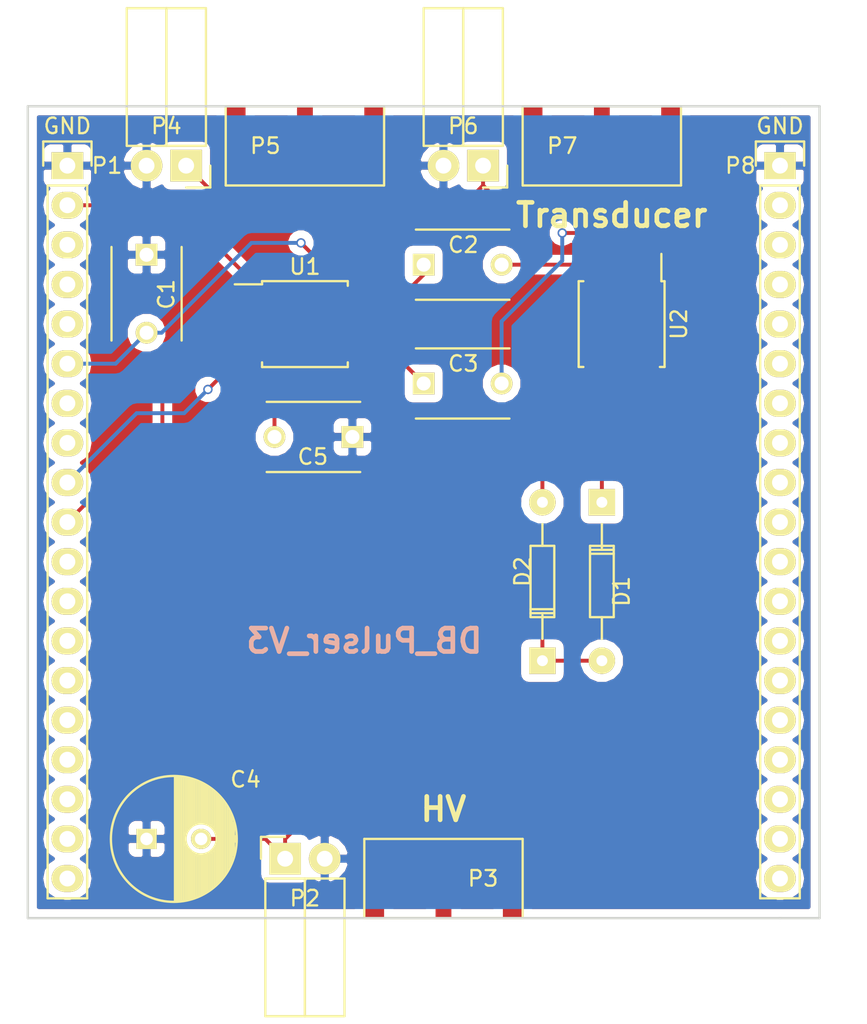
<source format=kicad_pcb>
(kicad_pcb (version 4) (host pcbnew 4.0.4+e1-6308~48~ubuntu16.04.1-stable)

  (general
    (links 38)
    (no_connects 0)
    (area 57.074999 78.664999 108.025001 130.885001)
    (thickness 1.6)
    (drawings 9)
    (tracks 83)
    (zones 0)
    (modules 17)
    (nets 14)
  )

  (page A4)
  (layers
    (0 F.Cu signal)
    (31 B.Cu signal)
    (32 B.Adhes user)
    (33 F.Adhes user)
    (34 B.Paste user)
    (35 F.Paste user)
    (36 B.SilkS user)
    (37 F.SilkS user)
    (38 B.Mask user)
    (39 F.Mask user)
    (40 Dwgs.User user)
    (41 Cmts.User user)
    (42 Eco1.User user)
    (43 Eco2.User user)
    (44 Edge.Cuts user)
    (45 Margin user)
    (46 B.CrtYd user)
    (47 F.CrtYd user)
    (48 B.Fab user)
    (49 F.Fab user)
  )

  (setup
    (last_trace_width 0.25)
    (trace_clearance 0.2)
    (zone_clearance 0.508)
    (zone_45_only no)
    (trace_min 0.2)
    (segment_width 0.2)
    (edge_width 0.15)
    (via_size 0.6)
    (via_drill 0.4)
    (via_min_size 0.4)
    (via_min_drill 0.3)
    (uvia_size 0.3)
    (uvia_drill 0.1)
    (uvias_allowed no)
    (uvia_min_size 0.2)
    (uvia_min_drill 0.1)
    (pcb_text_width 0.3)
    (pcb_text_size 1.5 1.5)
    (mod_edge_width 0.15)
    (mod_text_size 1 1)
    (mod_text_width 0.15)
    (pad_size 1.524 1.524)
    (pad_drill 0.762)
    (pad_to_mask_clearance 0.2)
    (aux_axis_origin 0 0)
    (visible_elements 7FFFFFFF)
    (pcbplotparams
      (layerselection 0x00000_80000001)
      (usegerberextensions false)
      (excludeedgelayer true)
      (linewidth 0.100000)
      (plotframeref false)
      (viasonmask false)
      (mode 1)
      (useauxorigin false)
      (hpglpennumber 1)
      (hpglpenspeed 20)
      (hpglpendiameter 15)
      (hpglpenoverlay 2)
      (psnegative false)
      (psa4output false)
      (plotreference true)
      (plotvalue true)
      (plotinvisibletext false)
      (padsonsilk false)
      (subtractmaskfromsilk false)
      (outputformat 1)
      (mirror false)
      (drillshape 0)
      (scaleselection 1)
      (outputdirectory gerber/))
  )

  (net 0 "")
  (net 1 "Net-(C1-Pad2)")
  (net 2 "Net-(C2-Pad1)")
  (net 3 "Net-(C2-Pad2)")
  (net 4 "Net-(C3-Pad1)")
  (net 5 "Net-(C3-Pad2)")
  (net 6 "Net-(D1-Pad2)")
  (net 7 "Net-(D1-Pad1)")
  (net 8 "Net-(D2-Pad2)")
  (net 9 "Net-(C4-Pad2)")
  (net 10 GND)
  (net 11 "Net-(P1-Pad9)")
  (net 12 "Net-(P1-Pad10)")
  (net 13 "Net-(C5-Pad2)")

  (net_class Default "This is the default net class."
    (clearance 0.2)
    (trace_width 0.25)
    (via_dia 0.6)
    (via_drill 0.4)
    (uvia_dia 0.3)
    (uvia_drill 0.1)
    (add_net GND)
    (add_net "Net-(C1-Pad2)")
    (add_net "Net-(C2-Pad1)")
    (add_net "Net-(C2-Pad2)")
    (add_net "Net-(C3-Pad1)")
    (add_net "Net-(C3-Pad2)")
    (add_net "Net-(C4-Pad2)")
    (add_net "Net-(C5-Pad2)")
    (add_net "Net-(D1-Pad1)")
    (add_net "Net-(D1-Pad2)")
    (add_net "Net-(D2-Pad2)")
    (add_net "Net-(P1-Pad10)")
    (add_net "Net-(P1-Pad9)")
  )

  (module Echopen:C_TH_common placed (layer F.Cu) (tedit 57B463AA) (tstamp 57BDAA67)
    (at 64.77 88.265 270)
    (descr "Capacitor 6mm Disc, Pitch 5mm")
    (tags Capacitor)
    (path /57BDAAFD)
    (fp_text reference C1 (at 2.54 -1.27 270) (layer F.SilkS)
      (effects (font (size 1 1) (thickness 0.15)))
    )
    (fp_text value 470n (at 2.54 1.27 270) (layer F.Fab)
      (effects (font (size 1 1) (thickness 0.15)))
    )
    (fp_line (start -0.95 -2.5) (end 5.95 -2.5) (layer F.CrtYd) (width 0.05))
    (fp_line (start 5.95 -2.5) (end 5.95 2.5) (layer F.CrtYd) (width 0.05))
    (fp_line (start 5.95 2.5) (end -0.95 2.5) (layer F.CrtYd) (width 0.05))
    (fp_line (start -0.95 2.5) (end -0.95 -2.5) (layer F.CrtYd) (width 0.05))
    (fp_line (start -0.5 -2.25) (end 5.5 -2.25) (layer F.SilkS) (width 0.15))
    (fp_line (start 5.5 2.25) (end -0.5 2.25) (layer F.SilkS) (width 0.15))
    (pad 1 thru_hole rect (at 0 0 270) (size 1.4 1.4) (drill 0.9) (layers *.Cu *.Mask F.SilkS)
      (net 10 GND))
    (pad 2 thru_hole circle (at 5 0 270) (size 1.4 1.4) (drill 0.9) (layers *.Cu *.Mask F.SilkS)
      (net 1 "Net-(C1-Pad2)"))
    (model Capacitors_ThroughHole.3dshapes/C_Disc_D6_P5.wrl
      (at (xyz 0.098425 0 0))
      (scale (xyz 1 1 1))
      (rotate (xyz 0 0 0))
    )
  )

  (module Echopen:C_TH_common placed (layer F.Cu) (tedit 57B463AA) (tstamp 57BDAA6D)
    (at 82.55 88.9)
    (descr "Capacitor 6mm Disc, Pitch 5mm")
    (tags Capacitor)
    (path /57BDAEA8)
    (fp_text reference C2 (at 2.54 -1.27) (layer F.SilkS)
      (effects (font (size 1 1) (thickness 0.15)))
    )
    (fp_text value 10n (at 2.54 1.27) (layer F.Fab)
      (effects (font (size 1 1) (thickness 0.15)))
    )
    (fp_line (start -0.95 -2.5) (end 5.95 -2.5) (layer F.CrtYd) (width 0.05))
    (fp_line (start 5.95 -2.5) (end 5.95 2.5) (layer F.CrtYd) (width 0.05))
    (fp_line (start 5.95 2.5) (end -0.95 2.5) (layer F.CrtYd) (width 0.05))
    (fp_line (start -0.95 2.5) (end -0.95 -2.5) (layer F.CrtYd) (width 0.05))
    (fp_line (start -0.5 -2.25) (end 5.5 -2.25) (layer F.SilkS) (width 0.15))
    (fp_line (start 5.5 2.25) (end -0.5 2.25) (layer F.SilkS) (width 0.15))
    (pad 1 thru_hole rect (at 0 0) (size 1.4 1.4) (drill 0.9) (layers *.Cu *.Mask F.SilkS)
      (net 2 "Net-(C2-Pad1)"))
    (pad 2 thru_hole circle (at 5 0) (size 1.4 1.4) (drill 0.9) (layers *.Cu *.Mask F.SilkS)
      (net 3 "Net-(C2-Pad2)"))
    (model Capacitors_ThroughHole.3dshapes/C_Disc_D6_P5.wrl
      (at (xyz 0.098425 0 0))
      (scale (xyz 1 1 1))
      (rotate (xyz 0 0 0))
    )
  )

  (module Echopen:C_TH_common placed (layer F.Cu) (tedit 57B463AA) (tstamp 57BDAA73)
    (at 82.55 96.52)
    (descr "Capacitor 6mm Disc, Pitch 5mm")
    (tags Capacitor)
    (path /57BDAF3C)
    (fp_text reference C3 (at 2.54 -1.27) (layer F.SilkS)
      (effects (font (size 1 1) (thickness 0.15)))
    )
    (fp_text value 10n (at 2.54 1.27) (layer F.Fab)
      (effects (font (size 1 1) (thickness 0.15)))
    )
    (fp_line (start -0.95 -2.5) (end 5.95 -2.5) (layer F.CrtYd) (width 0.05))
    (fp_line (start 5.95 -2.5) (end 5.95 2.5) (layer F.CrtYd) (width 0.05))
    (fp_line (start 5.95 2.5) (end -0.95 2.5) (layer F.CrtYd) (width 0.05))
    (fp_line (start -0.95 2.5) (end -0.95 -2.5) (layer F.CrtYd) (width 0.05))
    (fp_line (start -0.5 -2.25) (end 5.5 -2.25) (layer F.SilkS) (width 0.15))
    (fp_line (start 5.5 2.25) (end -0.5 2.25) (layer F.SilkS) (width 0.15))
    (pad 1 thru_hole rect (at 0 0) (size 1.4 1.4) (drill 0.9) (layers *.Cu *.Mask F.SilkS)
      (net 4 "Net-(C3-Pad1)"))
    (pad 2 thru_hole circle (at 5 0) (size 1.4 1.4) (drill 0.9) (layers *.Cu *.Mask F.SilkS)
      (net 5 "Net-(C3-Pad2)"))
    (model Capacitors_ThroughHole.3dshapes/C_Disc_D6_P5.wrl
      (at (xyz 0.098425 0 0))
      (scale (xyz 1 1 1))
      (rotate (xyz 0 0 0))
    )
  )

  (module Echopen:D_TH_common placed (layer F.Cu) (tedit 57B580CB) (tstamp 57BDAA79)
    (at 93.98 104.14 270)
    (descr "Diode, DO-35,  SOD27, Horizontal, RM 10mm")
    (tags "Diode, DO-35, SOD27, Horizontal, RM 10mm, 1N4148,")
    (path /57BDB158)
    (fp_text reference D1 (at 5.715 -1.27 270) (layer F.SilkS)
      (effects (font (size 1 1) (thickness 0.15)))
    )
    (fp_text value 1N4148 (at 5.08 0 270) (layer F.Fab)
      (effects (font (size 1 1) (thickness 0.15)))
    )
    (fp_line (start 7.36652 -0.00254) (end 8.76352 -0.00254) (layer F.SilkS) (width 0.15))
    (fp_line (start 2.92152 -0.00254) (end 1.39752 -0.00254) (layer F.SilkS) (width 0.15))
    (fp_line (start 3.30252 -0.76454) (end 3.30252 0.75946) (layer F.SilkS) (width 0.15))
    (fp_line (start 3.04852 -0.76454) (end 3.04852 0.75946) (layer F.SilkS) (width 0.15))
    (fp_line (start 2.79452 -0.00254) (end 2.79452 0.75946) (layer F.SilkS) (width 0.15))
    (fp_line (start 2.79452 0.75946) (end 7.36652 0.75946) (layer F.SilkS) (width 0.15))
    (fp_line (start 7.36652 0.75946) (end 7.36652 -0.76454) (layer F.SilkS) (width 0.15))
    (fp_line (start 7.36652 -0.76454) (end 2.79452 -0.76454) (layer F.SilkS) (width 0.15))
    (fp_line (start 2.79452 -0.76454) (end 2.79452 -0.00254) (layer F.SilkS) (width 0.15))
    (pad 2 thru_hole circle (at 10.16052 -0.00254 90) (size 1.69926 1.69926) (drill 0.70104) (layers *.Cu *.Mask F.SilkS)
      (net 6 "Net-(D1-Pad2)"))
    (pad 1 thru_hole rect (at 0.00052 -0.00254 90) (size 1.69926 1.69926) (drill 0.70104) (layers *.Cu *.Mask F.SilkS)
      (net 7 "Net-(D1-Pad1)"))
    (model Diodes_ThroughHole.3dshapes/Diode_DO-35_SOD27_Horizontal_RM10.wrl
      (at (xyz 0.2 0 0))
      (scale (xyz 0.4 0.4 0.4))
      (rotate (xyz 0 0 180))
    )
  )

  (module Echopen:D_TH_common placed (layer F.Cu) (tedit 57B580CB) (tstamp 57BDAA7F)
    (at 90.17 114.3 90)
    (descr "Diode, DO-35,  SOD27, Horizontal, RM 10mm")
    (tags "Diode, DO-35, SOD27, Horizontal, RM 10mm, 1N4148,")
    (path /57BDB1B7)
    (fp_text reference D2 (at 5.715 -1.27 90) (layer F.SilkS)
      (effects (font (size 1 1) (thickness 0.15)))
    )
    (fp_text value 1N4148 (at 5.08 0 90) (layer F.Fab)
      (effects (font (size 1 1) (thickness 0.15)))
    )
    (fp_line (start 7.36652 -0.00254) (end 8.76352 -0.00254) (layer F.SilkS) (width 0.15))
    (fp_line (start 2.92152 -0.00254) (end 1.39752 -0.00254) (layer F.SilkS) (width 0.15))
    (fp_line (start 3.30252 -0.76454) (end 3.30252 0.75946) (layer F.SilkS) (width 0.15))
    (fp_line (start 3.04852 -0.76454) (end 3.04852 0.75946) (layer F.SilkS) (width 0.15))
    (fp_line (start 2.79452 -0.00254) (end 2.79452 0.75946) (layer F.SilkS) (width 0.15))
    (fp_line (start 2.79452 0.75946) (end 7.36652 0.75946) (layer F.SilkS) (width 0.15))
    (fp_line (start 7.36652 0.75946) (end 7.36652 -0.76454) (layer F.SilkS) (width 0.15))
    (fp_line (start 7.36652 -0.76454) (end 2.79452 -0.76454) (layer F.SilkS) (width 0.15))
    (fp_line (start 2.79452 -0.76454) (end 2.79452 -0.00254) (layer F.SilkS) (width 0.15))
    (pad 2 thru_hole circle (at 10.16052 -0.00254 270) (size 1.69926 1.69926) (drill 0.70104) (layers *.Cu *.Mask F.SilkS)
      (net 8 "Net-(D2-Pad2)"))
    (pad 1 thru_hole rect (at 0.00052 -0.00254 270) (size 1.69926 1.69926) (drill 0.70104) (layers *.Cu *.Mask F.SilkS)
      (net 6 "Net-(D1-Pad2)"))
    (model Diodes_ThroughHole.3dshapes/Diode_DO-35_SOD27_Horizontal_RM10.wrl
      (at (xyz 0.2 0 0))
      (scale (xyz 0.4 0.4 0.4))
      (rotate (xyz 0 0 180))
    )
  )

  (module Echopen:SMA placed (layer F.Cu) (tedit 57B6CD4E) (tstamp 57BDAAA9)
    (at 83.82 128.27)
    (path /57BDB54A)
    (fp_text reference P3 (at 2.54 0) (layer F.SilkS)
      (effects (font (size 1 1) (thickness 0.15)))
    )
    (fp_text value SMA (at -2.54 0) (layer F.Fab)
      (effects (font (size 1 1) (thickness 0.15)))
    )
    (fp_line (start -5.08 -2.54) (end 5.08 -2.54) (layer F.SilkS) (width 0.15))
    (fp_line (start 5.08 -2.54) (end 5.08 2.54) (layer F.SilkS) (width 0.15))
    (fp_line (start 5.08 2.54) (end -5.08 2.54) (layer F.SilkS) (width 0.15))
    (fp_line (start -5.08 2.54) (end -5.08 -2.54) (layer F.SilkS) (width 0.15))
    (pad 2 smd rect (at -5.08 0) (size 1.27 5.08) (drill (offset 0.635 0)) (layers *.Paste *.Mask F.Cu)
      (net 10 GND))
    (pad 2 smd rect (at 5.08 0) (size 1.27 5.08) (drill (offset -0.635 0)) (layers *.Paste *.Mask F.Cu)
      (net 10 GND))
    (pad 1 smd rect (at 0 0) (size 1.016 5.08) (layers F.Cu F.Paste F.Mask)
      (net 9 "Net-(C4-Pad2)"))
    (model ../../../../../home/echopen/Bureau/GitHub/electronic/kicad/Librairy/3d/sma_90_r300.124.403.wrl
      (at (xyz 0 -0.15 0))
      (scale (xyz 0.9 0.9 0.9))
      (rotate (xyz 0 0 0))
    )
  )

  (module Echopen:SMA placed (layer F.Cu) (tedit 57B6CD4E) (tstamp 57BDAAB6)
    (at 74.93 81.28 180)
    (path /57BDB76C)
    (fp_text reference P5 (at 2.54 0 180) (layer F.SilkS)
      (effects (font (size 1 1) (thickness 0.15)))
    )
    (fp_text value SMA (at -2.54 0 180) (layer F.Fab)
      (effects (font (size 1 1) (thickness 0.15)))
    )
    (fp_line (start -5.08 -2.54) (end 5.08 -2.54) (layer F.SilkS) (width 0.15))
    (fp_line (start 5.08 -2.54) (end 5.08 2.54) (layer F.SilkS) (width 0.15))
    (fp_line (start 5.08 2.54) (end -5.08 2.54) (layer F.SilkS) (width 0.15))
    (fp_line (start -5.08 2.54) (end -5.08 -2.54) (layer F.SilkS) (width 0.15))
    (pad 2 smd rect (at -5.08 0 180) (size 1.27 5.08) (drill (offset 0.635 0)) (layers *.Paste *.Mask F.Cu)
      (net 10 GND))
    (pad 2 smd rect (at 5.08 0 180) (size 1.27 5.08) (drill (offset -0.635 0)) (layers *.Paste *.Mask F.Cu)
      (net 10 GND))
    (pad 1 smd rect (at 0 0 180) (size 1.016 5.08) (layers F.Cu F.Paste F.Mask)
      (net 6 "Net-(D1-Pad2)"))
    (model ../../../../../home/echopen/Bureau/GitHub/electronic/kicad/Librairy/3d/sma_90_r300.124.403.wrl
      (at (xyz 0 -0.15 0))
      (scale (xyz 0.9 0.9 0.9))
      (rotate (xyz 0 0 0))
    )
  )

  (module Echopen:SMA placed (layer F.Cu) (tedit 57B6CD4E) (tstamp 57BDAAC3)
    (at 93.98 81.28 180)
    (path /57BDB7ED)
    (fp_text reference P7 (at 2.54 0 180) (layer F.SilkS)
      (effects (font (size 1 1) (thickness 0.15)))
    )
    (fp_text value SMA (at -2.54 0 180) (layer F.Fab)
      (effects (font (size 1 1) (thickness 0.15)))
    )
    (fp_line (start -5.08 -2.54) (end 5.08 -2.54) (layer F.SilkS) (width 0.15))
    (fp_line (start 5.08 -2.54) (end 5.08 2.54) (layer F.SilkS) (width 0.15))
    (fp_line (start 5.08 2.54) (end -5.08 2.54) (layer F.SilkS) (width 0.15))
    (fp_line (start -5.08 2.54) (end -5.08 -2.54) (layer F.SilkS) (width 0.15))
    (pad 2 smd rect (at -5.08 0 180) (size 1.27 5.08) (drill (offset 0.635 0)) (layers *.Paste *.Mask F.Cu)
      (net 10 GND))
    (pad 2 smd rect (at 5.08 0 180) (size 1.27 5.08) (drill (offset -0.635 0)) (layers *.Paste *.Mask F.Cu)
      (net 10 GND))
    (pad 1 smd rect (at 0 0 180) (size 1.016 5.08) (layers F.Cu F.Paste F.Mask)
      (net 6 "Net-(D1-Pad2)"))
    (model ../../../../../home/echopen/Bureau/GitHub/electronic/kicad/Librairy/3d/sma_90_r300.124.403.wrl
      (at (xyz 0 -0.15 0))
      (scale (xyz 0.9 0.9 0.9))
      (rotate (xyz 0 0 0))
    )
  )

  (module Housings_SOIC:SOIJ-8_5.3x5.3mm_Pitch1.27mm placed (layer F.Cu) (tedit 54130A77) (tstamp 57BDAAE6)
    (at 74.93 92.71)
    (descr "8-Lead Plastic Small Outline (SM) - Medium, 5.28 mm Body [SOIC] (see Microchip Packaging Specification 00000049BS.pdf)")
    (tags "SOIC 1.27")
    (path /57BDA78D)
    (attr smd)
    (fp_text reference U1 (at 0 -3.68) (layer F.SilkS)
      (effects (font (size 1 1) (thickness 0.15)))
    )
    (fp_text value MD1211 (at 0 3.68) (layer F.Fab)
      (effects (font (size 1 1) (thickness 0.15)))
    )
    (fp_circle (center -2 -2) (end -2.25 -2) (layer F.Fab) (width 0.15))
    (fp_line (start -2.65 2.65) (end -2.65 -2.65) (layer F.Fab) (width 0.15))
    (fp_line (start 2.65 2.65) (end -2.65 2.65) (layer F.Fab) (width 0.15))
    (fp_line (start 2.65 -2.65) (end 2.65 2.65) (layer F.Fab) (width 0.15))
    (fp_line (start -2.65 -2.65) (end 2.65 -2.65) (layer F.Fab) (width 0.15))
    (fp_line (start -4.75 -2.95) (end -4.75 2.95) (layer F.CrtYd) (width 0.05))
    (fp_line (start 4.75 -2.95) (end 4.75 2.95) (layer F.CrtYd) (width 0.05))
    (fp_line (start -4.75 -2.95) (end 4.75 -2.95) (layer F.CrtYd) (width 0.05))
    (fp_line (start -4.75 2.95) (end 4.75 2.95) (layer F.CrtYd) (width 0.05))
    (fp_line (start -2.75 -2.755) (end -2.75 -2.55) (layer F.SilkS) (width 0.15))
    (fp_line (start 2.75 -2.755) (end 2.75 -2.455) (layer F.SilkS) (width 0.15))
    (fp_line (start 2.75 2.755) (end 2.75 2.455) (layer F.SilkS) (width 0.15))
    (fp_line (start -2.75 2.755) (end -2.75 2.455) (layer F.SilkS) (width 0.15))
    (fp_line (start -2.75 -2.755) (end 2.75 -2.755) (layer F.SilkS) (width 0.15))
    (fp_line (start -2.75 2.755) (end 2.75 2.755) (layer F.SilkS) (width 0.15))
    (fp_line (start -2.75 -2.55) (end -4.5 -2.55) (layer F.SilkS) (width 0.15))
    (pad 1 smd rect (at -3.65 -1.905) (size 1.7 0.65) (layers F.Cu F.Paste F.Mask)
      (net 13 "Net-(C5-Pad2)"))
    (pad 2 smd rect (at -3.65 -0.635) (size 1.7 0.65) (layers F.Cu F.Paste F.Mask)
      (net 12 "Net-(P1-Pad10)"))
    (pad 3 smd rect (at -3.65 0.635) (size 1.7 0.65) (layers F.Cu F.Paste F.Mask)
      (net 10 GND))
    (pad 4 smd rect (at -3.65 1.905) (size 1.7 0.65) (layers F.Cu F.Paste F.Mask)
      (net 11 "Net-(P1-Pad9)"))
    (pad 5 smd rect (at 3.65 1.905) (size 1.7 0.65) (layers F.Cu F.Paste F.Mask)
      (net 4 "Net-(C3-Pad1)"))
    (pad 6 smd rect (at 3.65 0.635) (size 1.7 0.65) (layers F.Cu F.Paste F.Mask)
      (net 1 "Net-(C1-Pad2)"))
    (pad 7 smd rect (at 3.65 -0.635) (size 1.7 0.65) (layers F.Cu F.Paste F.Mask)
      (net 2 "Net-(C2-Pad1)"))
    (pad 8 smd rect (at 3.65 -1.905) (size 1.7 0.65) (layers F.Cu F.Paste F.Mask)
      (net 1 "Net-(C1-Pad2)"))
    (model Housings_SOIC.3dshapes/SOIJ-8_5.3x5.3mm_Pitch1.27mm.wrl
      (at (xyz 0 0 0))
      (scale (xyz 1 1 1))
      (rotate (xyz 0 0 0))
    )
  )

  (module Housings_SOIC:SOIJ-8_5.3x5.3mm_Pitch1.27mm placed (layer F.Cu) (tedit 54130A77) (tstamp 57BDAAF2)
    (at 95.25 92.71 270)
    (descr "8-Lead Plastic Small Outline (SM) - Medium, 5.28 mm Body [SOIC] (see Microchip Packaging Specification 00000049BS.pdf)")
    (tags "SOIC 1.27")
    (path /57BDA7E6)
    (attr smd)
    (fp_text reference U2 (at 0 -3.68 270) (layer F.SilkS)
      (effects (font (size 1 1) (thickness 0.15)))
    )
    (fp_text value TC6320 (at 0 3.68 270) (layer F.Fab)
      (effects (font (size 1 1) (thickness 0.15)))
    )
    (fp_circle (center -2 -2) (end -2.25 -2) (layer F.Fab) (width 0.15))
    (fp_line (start -2.65 2.65) (end -2.65 -2.65) (layer F.Fab) (width 0.15))
    (fp_line (start 2.65 2.65) (end -2.65 2.65) (layer F.Fab) (width 0.15))
    (fp_line (start 2.65 -2.65) (end 2.65 2.65) (layer F.Fab) (width 0.15))
    (fp_line (start -2.65 -2.65) (end 2.65 -2.65) (layer F.Fab) (width 0.15))
    (fp_line (start -4.75 -2.95) (end -4.75 2.95) (layer F.CrtYd) (width 0.05))
    (fp_line (start 4.75 -2.95) (end 4.75 2.95) (layer F.CrtYd) (width 0.05))
    (fp_line (start -4.75 -2.95) (end 4.75 -2.95) (layer F.CrtYd) (width 0.05))
    (fp_line (start -4.75 2.95) (end 4.75 2.95) (layer F.CrtYd) (width 0.05))
    (fp_line (start -2.75 -2.755) (end -2.75 -2.55) (layer F.SilkS) (width 0.15))
    (fp_line (start 2.75 -2.755) (end 2.75 -2.455) (layer F.SilkS) (width 0.15))
    (fp_line (start 2.75 2.755) (end 2.75 2.455) (layer F.SilkS) (width 0.15))
    (fp_line (start -2.75 2.755) (end -2.75 2.455) (layer F.SilkS) (width 0.15))
    (fp_line (start -2.75 -2.755) (end 2.75 -2.755) (layer F.SilkS) (width 0.15))
    (fp_line (start -2.75 2.755) (end 2.75 2.755) (layer F.SilkS) (width 0.15))
    (fp_line (start -2.75 -2.55) (end -4.5 -2.55) (layer F.SilkS) (width 0.15))
    (pad 1 smd rect (at -3.65 -1.905 270) (size 1.7 0.65) (layers F.Cu F.Paste F.Mask)
      (net 9 "Net-(C4-Pad2)"))
    (pad 2 smd rect (at -3.65 -0.635 270) (size 1.7 0.65) (layers F.Cu F.Paste F.Mask)
      (net 5 "Net-(C3-Pad2)"))
    (pad 3 smd rect (at -3.65 0.635 270) (size 1.7 0.65) (layers F.Cu F.Paste F.Mask)
      (net 10 GND))
    (pad 4 smd rect (at -3.65 1.905 270) (size 1.7 0.65) (layers F.Cu F.Paste F.Mask)
      (net 3 "Net-(C2-Pad2)"))
    (pad 5 smd rect (at 3.65 1.905 270) (size 1.7 0.65) (layers F.Cu F.Paste F.Mask)
      (net 8 "Net-(D2-Pad2)"))
    (pad 6 smd rect (at 3.65 0.635 270) (size 1.7 0.65) (layers F.Cu F.Paste F.Mask)
      (net 8 "Net-(D2-Pad2)"))
    (pad 7 smd rect (at 3.65 -0.635 270) (size 1.7 0.65) (layers F.Cu F.Paste F.Mask)
      (net 7 "Net-(D1-Pad1)"))
    (pad 8 smd rect (at 3.65 -1.905 270) (size 1.7 0.65) (layers F.Cu F.Paste F.Mask)
      (net 7 "Net-(D1-Pad1)"))
    (model Housings_SOIC.3dshapes/SOIJ-8_5.3x5.3mm_Pitch1.27mm.wrl
      (at (xyz 0 0 0))
      (scale (xyz 1 1 1))
      (rotate (xyz 0 0 0))
    )
  )

  (module Echopen:CP_TH_common (layer F.Cu) (tedit 57B58060) (tstamp 57BDAD98)
    (at 64.77 125.73)
    (descr "Radial Electrolytic Capacitor Diameter 8mm x Length 11.5mm, Pitch 3.5mm")
    (tags "Electrolytic Capacitor")
    (path /57BDC3C6)
    (fp_text reference C4 (at 6.35 -3.81) (layer F.SilkS)
      (effects (font (size 1 1) (thickness 0.15)))
    )
    (fp_text value "33u (150V)" (at 1.27 1.905) (layer F.Fab)
      (effects (font (size 1 1) (thickness 0.15)))
    )
    (fp_line (start 1.825 -3.999) (end 1.825 3.999) (layer F.SilkS) (width 0.15))
    (fp_line (start 1.965 -3.994) (end 1.965 3.994) (layer F.SilkS) (width 0.15))
    (fp_line (start 2.105 -3.984) (end 2.105 3.984) (layer F.SilkS) (width 0.15))
    (fp_line (start 2.245 -3.969) (end 2.245 3.969) (layer F.SilkS) (width 0.15))
    (fp_line (start 2.385 -3.949) (end 2.385 3.949) (layer F.SilkS) (width 0.15))
    (fp_line (start 2.525 -3.924) (end 2.525 -0.222) (layer F.SilkS) (width 0.15))
    (fp_line (start 2.525 0.222) (end 2.525 3.924) (layer F.SilkS) (width 0.15))
    (fp_line (start 2.665 -3.894) (end 2.665 -0.55) (layer F.SilkS) (width 0.15))
    (fp_line (start 2.665 0.55) (end 2.665 3.894) (layer F.SilkS) (width 0.15))
    (fp_line (start 2.805 -3.858) (end 2.805 -0.719) (layer F.SilkS) (width 0.15))
    (fp_line (start 2.805 0.719) (end 2.805 3.858) (layer F.SilkS) (width 0.15))
    (fp_line (start 2.945 -3.817) (end 2.945 -0.832) (layer F.SilkS) (width 0.15))
    (fp_line (start 2.945 0.832) (end 2.945 3.817) (layer F.SilkS) (width 0.15))
    (fp_line (start 3.085 -3.771) (end 3.085 -0.91) (layer F.SilkS) (width 0.15))
    (fp_line (start 3.085 0.91) (end 3.085 3.771) (layer F.SilkS) (width 0.15))
    (fp_line (start 3.225 -3.718) (end 3.225 -0.961) (layer F.SilkS) (width 0.15))
    (fp_line (start 3.225 0.961) (end 3.225 3.718) (layer F.SilkS) (width 0.15))
    (fp_line (start 3.365 -3.659) (end 3.365 -0.991) (layer F.SilkS) (width 0.15))
    (fp_line (start 3.365 0.991) (end 3.365 3.659) (layer F.SilkS) (width 0.15))
    (fp_line (start 3.505 -3.594) (end 3.505 -1) (layer F.SilkS) (width 0.15))
    (fp_line (start 3.505 1) (end 3.505 3.594) (layer F.SilkS) (width 0.15))
    (fp_line (start 3.645 -3.523) (end 3.645 -0.989) (layer F.SilkS) (width 0.15))
    (fp_line (start 3.645 0.989) (end 3.645 3.523) (layer F.SilkS) (width 0.15))
    (fp_line (start 3.785 -3.444) (end 3.785 -0.959) (layer F.SilkS) (width 0.15))
    (fp_line (start 3.785 0.959) (end 3.785 3.444) (layer F.SilkS) (width 0.15))
    (fp_line (start 3.925 -3.357) (end 3.925 -0.905) (layer F.SilkS) (width 0.15))
    (fp_line (start 3.925 0.905) (end 3.925 3.357) (layer F.SilkS) (width 0.15))
    (fp_line (start 4.065 -3.262) (end 4.065 -0.825) (layer F.SilkS) (width 0.15))
    (fp_line (start 4.065 0.825) (end 4.065 3.262) (layer F.SilkS) (width 0.15))
    (fp_line (start 4.205 -3.158) (end 4.205 -0.709) (layer F.SilkS) (width 0.15))
    (fp_line (start 4.205 0.709) (end 4.205 3.158) (layer F.SilkS) (width 0.15))
    (fp_line (start 4.345 -3.044) (end 4.345 -0.535) (layer F.SilkS) (width 0.15))
    (fp_line (start 4.345 0.535) (end 4.345 3.044) (layer F.SilkS) (width 0.15))
    (fp_line (start 4.485 -2.919) (end 4.485 -0.173) (layer F.SilkS) (width 0.15))
    (fp_line (start 4.485 0.173) (end 4.485 2.919) (layer F.SilkS) (width 0.15))
    (fp_line (start 4.625 -2.781) (end 4.625 2.781) (layer F.SilkS) (width 0.15))
    (fp_line (start 4.765 -2.629) (end 4.765 2.629) (layer F.SilkS) (width 0.15))
    (fp_line (start 4.905 -2.459) (end 4.905 2.459) (layer F.SilkS) (width 0.15))
    (fp_line (start 5.045 -2.268) (end 5.045 2.268) (layer F.SilkS) (width 0.15))
    (fp_line (start 5.185 -2.05) (end 5.185 2.05) (layer F.SilkS) (width 0.15))
    (fp_line (start 5.325 -1.794) (end 5.325 1.794) (layer F.SilkS) (width 0.15))
    (fp_line (start 5.465 -1.483) (end 5.465 1.483) (layer F.SilkS) (width 0.15))
    (fp_line (start 5.605 -1.067) (end 5.605 1.067) (layer F.SilkS) (width 0.15))
    (fp_line (start 5.745 -0.2) (end 5.745 0.2) (layer F.SilkS) (width 0.15))
    (fp_circle (center 3.5 0) (end 3.5 -1) (layer F.SilkS) (width 0.15))
    (fp_circle (center 1.75 0) (end 1.75 -4.0375) (layer F.SilkS) (width 0.15))
    (fp_circle (center 1.75 0) (end 1.75 -4.3) (layer F.CrtYd) (width 0.05))
    (pad 2 thru_hole circle (at 3.5 0) (size 1.3 1.3) (drill 0.8) (layers *.Cu *.Mask F.SilkS)
      (net 9 "Net-(C4-Pad2)"))
    (pad 1 thru_hole rect (at 0 0) (size 1.3 1.3) (drill 0.8) (layers *.Cu *.Mask F.SilkS)
      (net 10 GND))
    (model Capacitors_ThroughHole.3dshapes/C_Radial_D8_L11.5_P3.5.wrl
      (at (xyz 0 0 0))
      (scale (xyz 1 1 1))
      (rotate (xyz 0 0 0))
    )
  )

  (module Socket_Strips:Socket_Strip_Angled_1x02 (layer F.Cu) (tedit 57BDAFDD) (tstamp 57BDAE2C)
    (at 73.66 127)
    (descr "Through hole socket strip")
    (tags "socket strip")
    (path /57BDB414)
    (fp_text reference P2 (at 1.27 2.54) (layer F.SilkS)
      (effects (font (size 1 1) (thickness 0.15)))
    )
    (fp_text value CONN_01X02 (at 0 -2.75) (layer F.Fab)
      (effects (font (size 1 1) (thickness 0.15)))
    )
    (fp_line (start -1.75 -1.5) (end -1.75 10.6) (layer F.CrtYd) (width 0.05))
    (fp_line (start 4.3 -1.5) (end 4.3 10.6) (layer F.CrtYd) (width 0.05))
    (fp_line (start -1.75 -1.5) (end 4.3 -1.5) (layer F.CrtYd) (width 0.05))
    (fp_line (start -1.75 10.6) (end 4.3 10.6) (layer F.CrtYd) (width 0.05))
    (fp_line (start 3.81 10.1) (end 3.81 1.27) (layer F.SilkS) (width 0.15))
    (fp_line (start 1.27 10.1) (end 3.81 10.1) (layer F.SilkS) (width 0.15))
    (fp_line (start 1.27 1.27) (end 1.27 10.1) (layer F.SilkS) (width 0.15))
    (fp_line (start 1.27 1.27) (end 3.81 1.27) (layer F.SilkS) (width 0.15))
    (fp_line (start -1.27 1.27) (end 1.27 1.27) (layer F.SilkS) (width 0.15))
    (fp_line (start 0 -1.4) (end -1.55 -1.4) (layer F.SilkS) (width 0.15))
    (fp_line (start -1.55 -1.4) (end -1.55 0) (layer F.SilkS) (width 0.15))
    (fp_line (start -1.27 1.27) (end -1.27 10.1) (layer F.SilkS) (width 0.15))
    (fp_line (start -1.27 10.1) (end 1.27 10.1) (layer F.SilkS) (width 0.15))
    (fp_line (start 1.27 10.1) (end 1.27 1.27) (layer F.SilkS) (width 0.15))
    (pad 1 thru_hole rect (at 0 0) (size 2.032 2.032) (drill 1.016) (layers *.Cu *.Mask F.SilkS)
      (net 9 "Net-(C4-Pad2)"))
    (pad 2 thru_hole oval (at 2.54 0) (size 2.032 2.032) (drill 1.016) (layers *.Cu *.Mask F.SilkS)
      (net 10 GND))
    (model Socket_Strips.3dshapes/Socket_Strip_Angled_1x02.wrl
      (at (xyz 0.05 0 0))
      (scale (xyz 1 1 1))
      (rotate (xyz 0 0 180))
    )
  )

  (module Socket_Strips:Socket_Strip_Angled_1x02 (layer F.Cu) (tedit 57BDAFD3) (tstamp 57BDAE31)
    (at 67.31 82.55 180)
    (descr "Through hole socket strip")
    (tags "socket strip")
    (path /57BDB483)
    (fp_text reference P4 (at 1.27 2.54 180) (layer F.SilkS)
      (effects (font (size 1 1) (thickness 0.15)))
    )
    (fp_text value CONN_01X02 (at 0 -2.75 180) (layer F.Fab)
      (effects (font (size 1 1) (thickness 0.15)))
    )
    (fp_line (start -1.75 -1.5) (end -1.75 10.6) (layer F.CrtYd) (width 0.05))
    (fp_line (start 4.3 -1.5) (end 4.3 10.6) (layer F.CrtYd) (width 0.05))
    (fp_line (start -1.75 -1.5) (end 4.3 -1.5) (layer F.CrtYd) (width 0.05))
    (fp_line (start -1.75 10.6) (end 4.3 10.6) (layer F.CrtYd) (width 0.05))
    (fp_line (start 3.81 10.1) (end 3.81 1.27) (layer F.SilkS) (width 0.15))
    (fp_line (start 1.27 10.1) (end 3.81 10.1) (layer F.SilkS) (width 0.15))
    (fp_line (start 1.27 1.27) (end 1.27 10.1) (layer F.SilkS) (width 0.15))
    (fp_line (start 1.27 1.27) (end 3.81 1.27) (layer F.SilkS) (width 0.15))
    (fp_line (start -1.27 1.27) (end 1.27 1.27) (layer F.SilkS) (width 0.15))
    (fp_line (start 0 -1.4) (end -1.55 -1.4) (layer F.SilkS) (width 0.15))
    (fp_line (start -1.55 -1.4) (end -1.55 0) (layer F.SilkS) (width 0.15))
    (fp_line (start -1.27 1.27) (end -1.27 10.1) (layer F.SilkS) (width 0.15))
    (fp_line (start -1.27 10.1) (end 1.27 10.1) (layer F.SilkS) (width 0.15))
    (fp_line (start 1.27 10.1) (end 1.27 1.27) (layer F.SilkS) (width 0.15))
    (pad 1 thru_hole rect (at 0 0 180) (size 2.032 2.032) (drill 1.016) (layers *.Cu *.Mask F.SilkS)
      (net 6 "Net-(D1-Pad2)"))
    (pad 2 thru_hole oval (at 2.54 0 180) (size 2.032 2.032) (drill 1.016) (layers *.Cu *.Mask F.SilkS)
      (net 10 GND))
    (model Socket_Strips.3dshapes/Socket_Strip_Angled_1x02.wrl
      (at (xyz 0.05 0 0))
      (scale (xyz 1 1 1))
      (rotate (xyz 0 0 180))
    )
  )

  (module Socket_Strips:Socket_Strip_Angled_1x02 (layer F.Cu) (tedit 57BDAFD8) (tstamp 57BDAE36)
    (at 86.36 82.55 180)
    (descr "Through hole socket strip")
    (tags "socket strip")
    (path /57BDB501)
    (fp_text reference P6 (at 1.27 2.54 180) (layer F.SilkS)
      (effects (font (size 1 1) (thickness 0.15)))
    )
    (fp_text value CONN_01X02 (at 0 -2.75 180) (layer F.Fab)
      (effects (font (size 1 1) (thickness 0.15)))
    )
    (fp_line (start -1.75 -1.5) (end -1.75 10.6) (layer F.CrtYd) (width 0.05))
    (fp_line (start 4.3 -1.5) (end 4.3 10.6) (layer F.CrtYd) (width 0.05))
    (fp_line (start -1.75 -1.5) (end 4.3 -1.5) (layer F.CrtYd) (width 0.05))
    (fp_line (start -1.75 10.6) (end 4.3 10.6) (layer F.CrtYd) (width 0.05))
    (fp_line (start 3.81 10.1) (end 3.81 1.27) (layer F.SilkS) (width 0.15))
    (fp_line (start 1.27 10.1) (end 3.81 10.1) (layer F.SilkS) (width 0.15))
    (fp_line (start 1.27 1.27) (end 1.27 10.1) (layer F.SilkS) (width 0.15))
    (fp_line (start 1.27 1.27) (end 3.81 1.27) (layer F.SilkS) (width 0.15))
    (fp_line (start -1.27 1.27) (end 1.27 1.27) (layer F.SilkS) (width 0.15))
    (fp_line (start 0 -1.4) (end -1.55 -1.4) (layer F.SilkS) (width 0.15))
    (fp_line (start -1.55 -1.4) (end -1.55 0) (layer F.SilkS) (width 0.15))
    (fp_line (start -1.27 1.27) (end -1.27 10.1) (layer F.SilkS) (width 0.15))
    (fp_line (start -1.27 10.1) (end 1.27 10.1) (layer F.SilkS) (width 0.15))
    (fp_line (start 1.27 10.1) (end 1.27 1.27) (layer F.SilkS) (width 0.15))
    (pad 1 thru_hole rect (at 0 0 180) (size 2.032 2.032) (drill 1.016) (layers *.Cu *.Mask F.SilkS)
      (net 6 "Net-(D1-Pad2)"))
    (pad 2 thru_hole oval (at 2.54 0 180) (size 2.032 2.032) (drill 1.016) (layers *.Cu *.Mask F.SilkS)
      (net 10 GND))
    (model Socket_Strips.3dshapes/Socket_Strip_Angled_1x02.wrl
      (at (xyz 0.05 0 0))
      (scale (xyz 1 1 1))
      (rotate (xyz 0 0 180))
    )
  )

  (module Echopen:C_TH_common (layer F.Cu) (tedit 57B463AA) (tstamp 57FE4188)
    (at 77.978 99.949 180)
    (descr "Capacitor 6mm Disc, Pitch 5mm")
    (tags Capacitor)
    (path /57FE4AD5)
    (fp_text reference C5 (at 2.54 -1.27 180) (layer F.SilkS)
      (effects (font (size 1 1) (thickness 0.15)))
    )
    (fp_text value 1u (at 2.54 1.27 180) (layer F.Fab)
      (effects (font (size 1 1) (thickness 0.15)))
    )
    (fp_line (start -0.95 -2.5) (end 5.95 -2.5) (layer F.CrtYd) (width 0.05))
    (fp_line (start 5.95 -2.5) (end 5.95 2.5) (layer F.CrtYd) (width 0.05))
    (fp_line (start 5.95 2.5) (end -0.95 2.5) (layer F.CrtYd) (width 0.05))
    (fp_line (start -0.95 2.5) (end -0.95 -2.5) (layer F.CrtYd) (width 0.05))
    (fp_line (start -0.5 -2.25) (end 5.5 -2.25) (layer F.SilkS) (width 0.15))
    (fp_line (start 5.5 2.25) (end -0.5 2.25) (layer F.SilkS) (width 0.15))
    (pad 1 thru_hole rect (at 0 0 180) (size 1.4 1.4) (drill 0.9) (layers *.Cu *.Mask F.SilkS)
      (net 10 GND))
    (pad 2 thru_hole circle (at 5 0 180) (size 1.4 1.4) (drill 0.9) (layers *.Cu *.Mask F.SilkS)
      (net 13 "Net-(C5-Pad2)"))
    (model Capacitors_ThroughHole.3dshapes/C_Disc_D6_P5.wrl
      (at (xyz 0.098425 0 0))
      (scale (xyz 1 1 1))
      (rotate (xyz 0 0 0))
    )
  )

  (module Echopen:Header_1x19 (layer F.Cu) (tedit 57FE4680) (tstamp 57BDAADA)
    (at 105.41 105.41)
    (descr "Through hole socket strip")
    (tags "socket strip")
    (path /57BDA6C5)
    (fp_text reference P8 (at -2.54 -22.86) (layer F.SilkS)
      (effects (font (size 1 1) (thickness 0.15)))
    )
    (fp_text value CONN_01X19 (at 0.635 26.035) (layer F.Fab)
      (effects (font (size 1 1) (thickness 0.15)))
    )
    (fp_text user GND (at 0 -25.4) (layer F.SilkS)
      (effects (font (size 1 1) (thickness 0.15)))
    )
    (fp_line (start 1.75 -24.61) (end -1.75 -24.61) (layer F.CrtYd) (width 0.05))
    (fp_line (start 1.75 24.64) (end -1.75 24.64) (layer F.CrtYd) (width 0.05))
    (fp_line (start 1.75 -24.61) (end 1.75 24.64) (layer F.CrtYd) (width 0.05))
    (fp_line (start -1.75 -24.61) (end -1.75 24.64) (layer F.CrtYd) (width 0.05))
    (fp_line (start -1.27 -21.59) (end -1.27 24.13) (layer F.SilkS) (width 0.15))
    (fp_line (start -1.27 24.13) (end 1.27 24.13) (layer F.SilkS) (width 0.15))
    (fp_line (start 1.27 24.13) (end 1.27 -21.59) (layer F.SilkS) (width 0.15))
    (fp_line (start -1.55 -24.41) (end -1.55 -22.86) (layer F.SilkS) (width 0.15))
    (fp_line (start -1.27 -21.59) (end 1.27 -21.59) (layer F.SilkS) (width 0.15))
    (fp_line (start 1.55 -22.86) (end 1.55 -24.41) (layer F.SilkS) (width 0.15))
    (fp_line (start 1.55 -24.41) (end -1.55 -24.41) (layer F.SilkS) (width 0.15))
    (pad 1 thru_hole rect (at 0 -22.86 270) (size 1.7272 2.032) (drill 1.016) (layers *.Cu *.Mask F.SilkS)
      (net 10 GND))
    (pad 2 thru_hole oval (at 0 -20.32 270) (size 1.7272 2.032) (drill 1.016) (layers *.Cu *.Mask F.SilkS))
    (pad 3 thru_hole oval (at 0 -17.78 270) (size 1.7272 2.032) (drill 1.016) (layers *.Cu *.Mask F.SilkS))
    (pad 4 thru_hole oval (at 0 -15.24 270) (size 1.7272 2.032) (drill 1.016) (layers *.Cu *.Mask F.SilkS))
    (pad 5 thru_hole oval (at 0 -12.7 270) (size 1.7272 2.032) (drill 1.016) (layers *.Cu *.Mask F.SilkS))
    (pad 6 thru_hole oval (at 0 -10.16 270) (size 1.7272 2.032) (drill 1.016) (layers *.Cu *.Mask F.SilkS))
    (pad 7 thru_hole oval (at 0 -7.62 270) (size 1.7272 2.032) (drill 1.016) (layers *.Cu *.Mask F.SilkS))
    (pad 8 thru_hole oval (at 0 -5.08 270) (size 1.7272 2.032) (drill 1.016) (layers *.Cu *.Mask F.SilkS))
    (pad 9 thru_hole oval (at 0 -2.54 270) (size 1.7272 2.032) (drill 1.016) (layers *.Cu *.Mask F.SilkS))
    (pad 10 thru_hole oval (at 0 0 270) (size 1.7272 2.032) (drill 1.016) (layers *.Cu *.Mask F.SilkS))
    (pad 11 thru_hole oval (at 0 2.54 270) (size 1.7272 2.032) (drill 1.016) (layers *.Cu *.Mask F.SilkS))
    (pad 12 thru_hole oval (at 0 5.08 270) (size 1.7272 2.032) (drill 1.016) (layers *.Cu *.Mask F.SilkS))
    (pad 13 thru_hole oval (at 0 7.62 270) (size 1.7272 2.032) (drill 1.016) (layers *.Cu *.Mask F.SilkS))
    (pad 14 thru_hole oval (at 0 10.16 270) (size 1.7272 2.032) (drill 1.016) (layers *.Cu *.Mask F.SilkS))
    (pad 15 thru_hole oval (at 0 12.7 270) (size 1.7272 2.032) (drill 1.016) (layers *.Cu *.Mask F.SilkS))
    (pad 16 thru_hole oval (at 0 15.24 270) (size 1.7272 2.032) (drill 1.016) (layers *.Cu *.Mask F.SilkS))
    (pad 17 thru_hole oval (at 0 17.78 270) (size 1.7272 2.032) (drill 1.016) (layers *.Cu *.Mask F.SilkS))
    (pad 18 thru_hole oval (at 0 20.32 270) (size 1.7272 2.032) (drill 1.016) (layers *.Cu *.Mask F.SilkS))
    (pad 19 thru_hole oval (at 0 22.86 270) (size 1.7272 2.032) (drill 1.016) (layers *.Cu *.Mask F.SilkS))
    (model Socket_Strips.3dshapes/Socket_Strip_Straight_1x19.wrl
      (at (xyz 0 0 0))
      (scale (xyz 1 1 1))
      (rotate (xyz 0 0 90))
    )
  )

  (module Echopen:Header_1x19 (layer F.Cu) (tedit 57FE466A) (tstamp 57BDAA9C)
    (at 59.69 105.41)
    (descr "Through hole socket strip")
    (tags "socket strip")
    (path /57BDA650)
    (fp_text reference P1 (at 2.54 -22.86) (layer F.SilkS)
      (effects (font (size 1 1) (thickness 0.15)))
    )
    (fp_text value CONN_01X19 (at 0.635 26.035) (layer F.Fab)
      (effects (font (size 1 1) (thickness 0.15)))
    )
    (fp_text user GND (at 0 -25.4) (layer F.SilkS)
      (effects (font (size 1 1) (thickness 0.15)))
    )
    (fp_line (start 1.75 -24.61) (end -1.75 -24.61) (layer F.CrtYd) (width 0.05))
    (fp_line (start 1.75 24.64) (end -1.75 24.64) (layer F.CrtYd) (width 0.05))
    (fp_line (start 1.75 -24.61) (end 1.75 24.64) (layer F.CrtYd) (width 0.05))
    (fp_line (start -1.75 -24.61) (end -1.75 24.64) (layer F.CrtYd) (width 0.05))
    (fp_line (start -1.27 -21.59) (end -1.27 24.13) (layer F.SilkS) (width 0.15))
    (fp_line (start -1.27 24.13) (end 1.27 24.13) (layer F.SilkS) (width 0.15))
    (fp_line (start 1.27 24.13) (end 1.27 -21.59) (layer F.SilkS) (width 0.15))
    (fp_line (start -1.55 -24.41) (end -1.55 -22.86) (layer F.SilkS) (width 0.15))
    (fp_line (start -1.27 -21.59) (end 1.27 -21.59) (layer F.SilkS) (width 0.15))
    (fp_line (start 1.55 -22.86) (end 1.55 -24.41) (layer F.SilkS) (width 0.15))
    (fp_line (start 1.55 -24.41) (end -1.55 -24.41) (layer F.SilkS) (width 0.15))
    (pad 1 thru_hole rect (at 0 -22.86 270) (size 1.7272 2.032) (drill 1.016) (layers *.Cu *.Mask F.SilkS)
      (net 10 GND))
    (pad 2 thru_hole oval (at 0 -20.32 270) (size 1.7272 2.032) (drill 1.016) (layers *.Cu *.Mask F.SilkS)
      (net 13 "Net-(C5-Pad2)"))
    (pad 3 thru_hole oval (at 0 -17.78 270) (size 1.7272 2.032) (drill 1.016) (layers *.Cu *.Mask F.SilkS))
    (pad 4 thru_hole oval (at 0 -15.24 270) (size 1.7272 2.032) (drill 1.016) (layers *.Cu *.Mask F.SilkS))
    (pad 5 thru_hole oval (at 0 -12.7 270) (size 1.7272 2.032) (drill 1.016) (layers *.Cu *.Mask F.SilkS))
    (pad 6 thru_hole oval (at 0 -10.16 270) (size 1.7272 2.032) (drill 1.016) (layers *.Cu *.Mask F.SilkS)
      (net 1 "Net-(C1-Pad2)"))
    (pad 7 thru_hole oval (at 0 -7.62 270) (size 1.7272 2.032) (drill 1.016) (layers *.Cu *.Mask F.SilkS))
    (pad 8 thru_hole oval (at 0 -5.08 270) (size 1.7272 2.032) (drill 1.016) (layers *.Cu *.Mask F.SilkS))
    (pad 9 thru_hole oval (at 0 -2.54 270) (size 1.7272 2.032) (drill 1.016) (layers *.Cu *.Mask F.SilkS)
      (net 11 "Net-(P1-Pad9)"))
    (pad 10 thru_hole oval (at 0 0 270) (size 1.7272 2.032) (drill 1.016) (layers *.Cu *.Mask F.SilkS)
      (net 12 "Net-(P1-Pad10)"))
    (pad 11 thru_hole oval (at 0 2.54 270) (size 1.7272 2.032) (drill 1.016) (layers *.Cu *.Mask F.SilkS))
    (pad 12 thru_hole oval (at 0 5.08 270) (size 1.7272 2.032) (drill 1.016) (layers *.Cu *.Mask F.SilkS))
    (pad 13 thru_hole oval (at 0 7.62 270) (size 1.7272 2.032) (drill 1.016) (layers *.Cu *.Mask F.SilkS))
    (pad 14 thru_hole oval (at 0 10.16 270) (size 1.7272 2.032) (drill 1.016) (layers *.Cu *.Mask F.SilkS))
    (pad 15 thru_hole oval (at 0 12.7 270) (size 1.7272 2.032) (drill 1.016) (layers *.Cu *.Mask F.SilkS))
    (pad 16 thru_hole oval (at 0 15.24 270) (size 1.7272 2.032) (drill 1.016) (layers *.Cu *.Mask F.SilkS))
    (pad 17 thru_hole oval (at 0 17.78 270) (size 1.7272 2.032) (drill 1.016) (layers *.Cu *.Mask F.SilkS))
    (pad 18 thru_hole oval (at 0 20.32 270) (size 1.7272 2.032) (drill 1.016) (layers *.Cu *.Mask F.SilkS))
    (pad 19 thru_hole oval (at 0 22.86 270) (size 1.7272 2.032) (drill 1.016) (layers *.Cu *.Mask F.SilkS))
    (model Socket_Strips.3dshapes/Socket_Strip_Straight_1x19.wrl
      (at (xyz 0 0 0))
      (scale (xyz 1 1 1))
      (rotate (xyz 0 0 90))
    )
  )

  (gr_text DB_Pulser_V3 (at 78.74 113.03) (layer B.SilkS)
    (effects (font (size 1.5 1.5) (thickness 0.3)) (justify mirror))
  )
  (gr_text Transducer (at 94.615 85.725) (layer F.SilkS)
    (effects (font (size 1.5 1.5) (thickness 0.3)))
  )
  (gr_text HV (at 83.82 123.825) (layer F.SilkS)
    (effects (font (size 1.5 1.5) (thickness 0.3)))
  )
  (gr_line (start 107.95 130.81) (end 105.41 130.81) (angle 90) (layer Edge.Cuts) (width 0.15))
  (gr_line (start 107.95 78.74) (end 107.95 130.81) (angle 90) (layer Edge.Cuts) (width 0.15))
  (gr_line (start 105.41 78.74) (end 107.95 78.74) (angle 90) (layer Edge.Cuts) (width 0.15))
  (gr_line (start 105.41 78.74) (end 57.15 78.74) (angle 90) (layer Edge.Cuts) (width 0.15))
  (gr_line (start 57.15 130.81) (end 105.41 130.81) (angle 90) (layer Edge.Cuts) (width 0.15))
  (gr_line (start 57.15 78.74) (end 57.15 130.81) (angle 90) (layer Edge.Cuts) (width 0.15))

  (segment (start 78.58 90.805) (end 76.962 90.805) (width 0.25) (layer F.Cu) (net 1))
  (segment (start 77.216 93.345) (end 78.58 93.345) (width 0.25) (layer F.Cu) (net 1) (tstamp 57FE3F5A))
  (segment (start 76.2 92.329) (end 77.216 93.345) (width 0.25) (layer F.Cu) (net 1) (tstamp 57FE3F59))
  (segment (start 76.2 91.567) (end 76.2 92.329) (width 0.25) (layer F.Cu) (net 1) (tstamp 57FE3F58))
  (segment (start 76.962 90.805) (end 76.2 91.567) (width 0.25) (layer F.Cu) (net 1) (tstamp 57FE3F57))
  (segment (start 64.77 93.265) (end 65.739 93.265) (width 0.25) (layer B.Cu) (net 1))
  (segment (start 74.676 87.503) (end 77.978 90.805) (width 0.25) (layer F.Cu) (net 1) (tstamp 57FE3F53))
  (via (at 74.676 87.503) (size 0.6) (drill 0.4) (layers F.Cu B.Cu) (net 1))
  (segment (start 71.501 87.503) (end 74.676 87.503) (width 0.25) (layer B.Cu) (net 1) (tstamp 57FE3F4F))
  (segment (start 65.739 93.265) (end 71.501 87.503) (width 0.25) (layer B.Cu) (net 1) (tstamp 57FE3F4D))
  (segment (start 77.978 90.805) (end 78.58 90.805) (width 0.25) (layer F.Cu) (net 1) (tstamp 57FE3F54))
  (segment (start 59.69 95.25) (end 62.785 95.25) (width 0.25) (layer B.Cu) (net 1))
  (segment (start 62.785 95.25) (end 64.77 93.265) (width 0.25) (layer B.Cu) (net 1) (tstamp 57BDB0E7))
  (segment (start 78.58 92.075) (end 80.01 92.075) (width 0.25) (layer F.Cu) (net 2))
  (segment (start 80.01 92.075) (end 82.55 89.535) (width 0.25) (layer F.Cu) (net 2) (tstamp 57BDB121))
  (segment (start 82.55 89.535) (end 82.55 88.9) (width 0.25) (layer F.Cu) (net 2) (tstamp 57BDB123))
  (segment (start 87.55 88.9) (end 93.185 88.9) (width 0.25) (layer F.Cu) (net 3))
  (segment (start 93.185 88.9) (end 93.345 89.06) (width 0.25) (layer F.Cu) (net 3) (tstamp 57FE3FD0))
  (segment (start 78.58 94.615) (end 80.645 94.615) (width 0.25) (layer F.Cu) (net 4))
  (segment (start 80.645 94.615) (end 82.55 96.52) (width 0.25) (layer F.Cu) (net 4) (tstamp 57BDB126))
  (segment (start 87.55 96.52) (end 87.55 92.536) (width 0.25) (layer B.Cu) (net 5))
  (segment (start 95.885 88.011) (end 95.885 89.06) (width 0.25) (layer F.Cu) (net 5) (tstamp 57FE4019))
  (segment (start 94.742 86.868) (end 95.885 88.011) (width 0.25) (layer F.Cu) (net 5) (tstamp 57FE4014))
  (segment (start 91.44 86.868) (end 94.742 86.868) (width 0.25) (layer F.Cu) (net 5) (tstamp 57FE4013))
  (via (at 91.44 86.868) (size 0.6) (drill 0.4) (layers F.Cu B.Cu) (net 5))
  (segment (start 91.44 88.646) (end 91.44 86.868) (width 0.25) (layer B.Cu) (net 5) (tstamp 57FE4009))
  (segment (start 87.55 92.536) (end 91.44 88.646) (width 0.25) (layer B.Cu) (net 5) (tstamp 57FE4005))
  (segment (start 90.16746 114.29948) (end 90.16746 106.67746) (width 0.25) (layer F.Cu) (net 6))
  (segment (start 85.09 101.6) (end 85.09 85.09) (width 0.25) (layer F.Cu) (net 6) (tstamp 57BDB563))
  (segment (start 90.16746 106.67746) (end 85.09 101.6) (width 0.25) (layer F.Cu) (net 6) (tstamp 57BDB55D))
  (segment (start 90.16746 114.29948) (end 93.9815 114.29948) (width 0.25) (layer F.Cu) (net 6))
  (segment (start 93.9815 114.29948) (end 93.98254 114.30052) (width 0.25) (layer F.Cu) (net 6) (tstamp 57BDB16E))
  (segment (start 86.36 82.55) (end 86.36 83.82) (width 0.25) (layer F.Cu) (net 6))
  (segment (start 86.36 83.82) (end 87.63 85.09) (width 0.25) (layer F.Cu) (net 6) (tstamp 57BDB117))
  (segment (start 93.98 83.82) (end 93.98 81.28) (width 0.25) (layer F.Cu) (net 6) (tstamp 57BDB11D))
  (segment (start 74.93 81.28) (end 74.93 83.82) (width 0.25) (layer F.Cu) (net 6))
  (segment (start 85.09 85.09) (end 86.36 83.82) (width 0.25) (layer F.Cu) (net 6) (tstamp 57BDB111))
  (segment (start 67.31 82.55) (end 69.85 85.09) (width 0.25) (layer F.Cu) (net 6))
  (segment (start 74.93 83.82) (end 76.2 85.09) (width 0.25) (layer F.Cu) (net 6) (tstamp 57BDB108))
  (segment (start 76.2 85.09) (end 85.09 85.09) (width 0.25) (layer F.Cu) (net 6) (tstamp 57BDB10B))
  (segment (start 69.85 85.09) (end 73.66 85.09) (width 0.25) (layer F.Cu) (net 6) (tstamp 57BDB0FF))
  (segment (start 73.66 85.09) (end 74.93 83.82) (width 0.25) (layer F.Cu) (net 6) (tstamp 57BDB102))
  (segment (start 92.71 85.09) (end 93.98 83.82) (width 0.25) (layer F.Cu) (net 6) (tstamp 57BDB11B))
  (segment (start 87.63 85.09) (end 92.71 85.09) (width 0.25) (layer F.Cu) (net 6) (tstamp 57BDB119))
  (segment (start 95.885 96.36) (end 97.155 96.36) (width 0.25) (layer F.Cu) (net 7))
  (segment (start 93.98254 104.14052) (end 93.98254 101.21646) (width 0.25) (layer F.Cu) (net 7))
  (segment (start 95.885 99.314) (end 95.885 96.36) (width 0.25) (layer F.Cu) (net 7) (tstamp 57FE3FD9))
  (segment (start 93.98254 101.21646) (end 95.885 99.314) (width 0.25) (layer F.Cu) (net 7) (tstamp 57FE3FD7))
  (segment (start 93.345 96.36) (end 94.615 96.36) (width 0.25) (layer F.Cu) (net 8))
  (segment (start 90.16746 104.13948) (end 90.16746 99.53754) (width 0.25) (layer F.Cu) (net 8))
  (segment (start 90.16746 99.53754) (end 93.345 96.36) (width 0.25) (layer F.Cu) (net 8) (tstamp 57FE3FD3))
  (segment (start 90.16746 104.13948) (end 90.80552 104.13948) (width 0.25) (layer F.Cu) (net 8))
  (segment (start 83.82 128.27) (end 83.82 127.635) (width 0.25) (layer F.Cu) (net 9))
  (segment (start 83.82 127.635) (end 90.805 120.65) (width 0.25) (layer F.Cu) (net 9) (tstamp 57FE4052))
  (segment (start 100.584 92.489) (end 97.155 89.06) (width 0.25) (layer F.Cu) (net 9) (tstamp 57FE4059))
  (segment (start 100.584 113.919) (end 100.584 92.489) (width 0.25) (layer F.Cu) (net 9) (tstamp 57FE4057))
  (segment (start 93.853 120.65) (end 100.584 113.919) (width 0.25) (layer F.Cu) (net 9) (tstamp 57FE4055))
  (segment (start 90.805 120.65) (end 93.853 120.65) (width 0.25) (layer F.Cu) (net 9) (tstamp 57FE4053))
  (segment (start 68.27 125.73) (end 72.39 125.73) (width 0.25) (layer F.Cu) (net 9))
  (segment (start 72.39 125.73) (end 73.66 127) (width 0.25) (layer F.Cu) (net 9) (tstamp 57BDB093))
  (segment (start 73.66 127) (end 73.66 125.73) (width 0.25) (layer F.Cu) (net 9) (tstamp 57BDB095))
  (segment (start 73.66 125.73) (end 74.93 124.46) (width 0.25) (layer F.Cu) (net 9) (tstamp 57BDB096))
  (segment (start 74.93 124.46) (end 82.55 124.46) (width 0.25) (layer F.Cu) (net 9) (tstamp 57BDB099))
  (segment (start 82.55 124.46) (end 83.82 125.73) (width 0.25) (layer F.Cu) (net 9) (tstamp 57BDB09C))
  (segment (start 83.82 125.73) (end 83.82 128.27) (width 0.25) (layer F.Cu) (net 9) (tstamp 57BDB09E))
  (segment (start 59.69 102.87) (end 64.135 98.425) (width 0.25) (layer B.Cu) (net 11))
  (segment (start 68.707 96.901) (end 70.993 94.615) (width 0.25) (layer F.Cu) (net 11) (tstamp 57FE3F3C))
  (via (at 68.707 96.901) (size 0.6) (drill 0.4) (layers F.Cu B.Cu) (net 11))
  (segment (start 67.183 98.425) (end 68.707 96.901) (width 0.25) (layer B.Cu) (net 11) (tstamp 57FE3F36))
  (segment (start 64.135 98.425) (end 67.183 98.425) (width 0.25) (layer B.Cu) (net 11) (tstamp 57FE3F2F))
  (segment (start 70.993 94.615) (end 71.28 94.615) (width 0.25) (layer F.Cu) (net 11) (tstamp 57FE3F3D))
  (segment (start 71.28 92.075) (end 69.85 92.075) (width 0.25) (layer F.Cu) (net 12))
  (segment (start 65.786 99.314) (end 59.69 105.41) (width 0.25) (layer F.Cu) (net 12) (tstamp 57FE3F0A))
  (segment (start 65.786 96.139) (end 65.786 99.314) (width 0.25) (layer F.Cu) (net 12) (tstamp 57FE3F08))
  (segment (start 69.85 92.075) (end 65.786 96.139) (width 0.25) (layer F.Cu) (net 12) (tstamp 57FE3F03))
  (segment (start 72.978 99.949) (end 72.978 98.218) (width 0.25) (layer F.Cu) (net 13))
  (segment (start 73.025 90.805) (end 71.28 90.805) (width 0.25) (layer F.Cu) (net 13) (tstamp 57FE41CF))
  (segment (start 73.914 91.694) (end 73.025 90.805) (width 0.25) (layer F.Cu) (net 13) (tstamp 57FE41CD))
  (segment (start 73.914 97.282) (end 73.914 91.694) (width 0.25) (layer F.Cu) (net 13) (tstamp 57FE41CB))
  (segment (start 72.978 98.218) (end 73.914 97.282) (width 0.25) (layer F.Cu) (net 13) (tstamp 57FE41CA))
  (segment (start 59.69 85.09) (end 66.675 85.09) (width 0.25) (layer F.Cu) (net 13))
  (segment (start 71.28 89.695) (end 71.28 90.805) (width 0.25) (layer F.Cu) (net 13) (tstamp 57BDB0FA))
  (segment (start 66.675 85.09) (end 71.28 89.695) (width 0.25) (layer F.Cu) (net 13) (tstamp 57BDB0F9))

  (zone (net 10) (net_name GND) (layer F.Cu) (tstamp 57BDB085) (hatch edge 0.508)
    (connect_pads (clearance 0.508))
    (min_thickness 0.254)
    (fill yes (arc_segments 16) (thermal_gap 0.508) (thermal_bridge_width 0.508))
    (polygon
      (pts
        (xy 107.95 130.81) (xy 57.15 130.81) (xy 57.15 78.74) (xy 107.95 78.74)
      )
    )
    (filled_polygon
      (pts
        (xy 69.215 80.99425) (xy 69.37375 81.153) (xy 70.358 81.153) (xy 70.358 81.133) (xy 70.612 81.133)
        (xy 70.612 81.153) (xy 71.59625 81.153) (xy 71.755 80.99425) (xy 71.755 79.45) (xy 73.77456 79.45)
        (xy 73.77456 83.82) (xy 73.78733 83.887868) (xy 73.345198 84.33) (xy 71.508025 84.33) (xy 71.658327 84.179699)
        (xy 71.755 83.94631) (xy 71.755 81.56575) (xy 71.59625 81.407) (xy 70.612 81.407) (xy 70.612 81.427)
        (xy 70.358 81.427) (xy 70.358 81.407) (xy 69.37375 81.407) (xy 69.215 81.56575) (xy 69.215 83.380198)
        (xy 68.97344 83.138638) (xy 68.97344 81.534) (xy 68.929162 81.298683) (xy 68.79009 81.082559) (xy 68.57789 80.937569)
        (xy 68.326 80.88656) (xy 66.294 80.88656) (xy 66.058683 80.930838) (xy 65.842559 81.06991) (xy 65.742144 81.216872)
        (xy 65.738379 81.212812) (xy 65.152946 80.944017) (xy 64.897 81.062633) (xy 64.897 82.423) (xy 64.917 82.423)
        (xy 64.917 82.677) (xy 64.897 82.677) (xy 64.897 84.037367) (xy 65.152946 84.155983) (xy 65.738379 83.887188)
        (xy 65.742934 83.882276) (xy 65.82991 84.017441) (xy 66.04211 84.162431) (xy 66.294 84.21344) (xy 67.898638 84.21344)
        (xy 69.312599 85.627401) (xy 69.55916 85.792148) (xy 69.607414 85.801746) (xy 69.85 85.85) (xy 73.66 85.85)
        (xy 73.950839 85.792148) (xy 74.197401 85.627401) (xy 74.93 84.894802) (xy 75.662599 85.627401) (xy 75.90916 85.792148)
        (xy 76.2 85.85) (xy 84.33 85.85) (xy 84.33 101.6) (xy 84.387852 101.890839) (xy 84.552599 102.137401)
        (xy 89.40746 106.992262) (xy 89.40746 112.80241) (xy 89.31783 112.80241) (xy 89.082513 112.846688) (xy 88.866389 112.98576)
        (xy 88.721399 113.19796) (xy 88.67039 113.44985) (xy 88.67039 115.14911) (xy 88.714668 115.384427) (xy 88.85374 115.600551)
        (xy 89.06594 115.745541) (xy 89.31783 115.79655) (xy 91.01709 115.79655) (xy 91.252407 115.752272) (xy 91.468531 115.6132)
        (xy 91.613521 115.401) (xy 91.66453 115.14911) (xy 91.66453 115.05948) (xy 92.689764 115.05948) (xy 92.723198 115.140397)
        (xy 93.140466 115.558394) (xy 93.685933 115.784892) (xy 94.276556 115.785408) (xy 94.822417 115.559862) (xy 95.240414 115.142594)
        (xy 95.466912 114.597127) (xy 95.467428 114.006504) (xy 95.241882 113.460643) (xy 94.824614 113.042646) (xy 94.279147 112.816148)
        (xy 93.688524 112.815632) (xy 93.142663 113.041178) (xy 92.724666 113.458446) (xy 92.691018 113.53948) (xy 91.66453 113.53948)
        (xy 91.66453 113.44985) (xy 91.620252 113.214533) (xy 91.48118 112.998409) (xy 91.26898 112.853419) (xy 91.01709 112.80241)
        (xy 90.92746 112.80241) (xy 90.92746 106.67746) (xy 90.869608 106.386621) (xy 90.704861 106.140059) (xy 90.188932 105.62413)
        (xy 90.461476 105.624368) (xy 91.007337 105.398822) (xy 91.425334 104.981554) (xy 91.651832 104.436087) (xy 91.652348 103.845464)
        (xy 91.426802 103.299603) (xy 91.009534 102.881606) (xy 90.92746 102.847526) (xy 90.92746 99.852342) (xy 92.938804 97.840998)
        (xy 93.02 97.85744) (xy 93.67 97.85744) (xy 93.905317 97.813162) (xy 93.978778 97.765891) (xy 94.03811 97.806431)
        (xy 94.29 97.85744) (xy 94.94 97.85744) (xy 95.125 97.82263) (xy 95.125 98.999198) (xy 93.445139 100.679059)
        (xy 93.280392 100.925621) (xy 93.22254 101.21646) (xy 93.22254 102.64345) (xy 93.13291 102.64345) (xy 92.897593 102.687728)
        (xy 92.681469 102.8268) (xy 92.536479 103.039) (xy 92.48547 103.29089) (xy 92.48547 104.99015) (xy 92.529748 105.225467)
        (xy 92.66882 105.441591) (xy 92.88102 105.586581) (xy 93.13291 105.63759) (xy 94.83217 105.63759) (xy 95.067487 105.593312)
        (xy 95.283611 105.45424) (xy 95.428601 105.24204) (xy 95.47961 104.99015) (xy 95.47961 103.29089) (xy 95.435332 103.055573)
        (xy 95.29626 102.839449) (xy 95.08406 102.694459) (xy 94.83217 102.64345) (xy 94.74254 102.64345) (xy 94.74254 101.531262)
        (xy 96.422401 99.851401) (xy 96.587148 99.604839) (xy 96.645 99.314) (xy 96.645 97.819977) (xy 96.83 97.85744)
        (xy 97.48 97.85744) (xy 97.715317 97.813162) (xy 97.931441 97.67409) (xy 98.076431 97.46189) (xy 98.12744 97.21)
        (xy 98.12744 95.51) (xy 98.083162 95.274683) (xy 97.94409 95.058559) (xy 97.73189 94.913569) (xy 97.48 94.86256)
        (xy 96.83 94.86256) (xy 96.594683 94.906838) (xy 96.521222 94.954109) (xy 96.46189 94.913569) (xy 96.21 94.86256)
        (xy 95.56 94.86256) (xy 95.324683 94.906838) (xy 95.251222 94.954109) (xy 95.19189 94.913569) (xy 94.94 94.86256)
        (xy 94.29 94.86256) (xy 94.054683 94.906838) (xy 93.981222 94.954109) (xy 93.92189 94.913569) (xy 93.67 94.86256)
        (xy 93.02 94.86256) (xy 92.784683 94.906838) (xy 92.568559 95.04591) (xy 92.423569 95.25811) (xy 92.37256 95.51)
        (xy 92.37256 96.257638) (xy 89.630059 99.000139) (xy 89.465312 99.246701) (xy 89.40746 99.53754) (xy 89.40746 102.847133)
        (xy 89.327583 102.880138) (xy 88.909586 103.297406) (xy 88.683088 103.842873) (xy 88.682848 104.118046) (xy 85.85 101.285198)
        (xy 85.85 96.784383) (xy 86.214769 96.784383) (xy 86.417582 97.275229) (xy 86.792796 97.651098) (xy 87.283287 97.854768)
        (xy 87.814383 97.855231) (xy 88.305229 97.652418) (xy 88.681098 97.277204) (xy 88.884768 96.786713) (xy 88.885231 96.255617)
        (xy 88.682418 95.764771) (xy 88.307204 95.388902) (xy 87.816713 95.185232) (xy 87.285617 95.184769) (xy 86.794771 95.387582)
        (xy 86.418902 95.762796) (xy 86.215232 96.253287) (xy 86.214769 96.784383) (xy 85.85 96.784383) (xy 85.85 85.404802)
        (xy 86.36 84.894802) (xy 87.092599 85.627401) (xy 87.33916 85.792148) (xy 87.63 85.85) (xy 92.71 85.85)
        (xy 93.000839 85.792148) (xy 93.247401 85.627401) (xy 93.784802 85.09) (xy 103.726655 85.09) (xy 103.840729 85.663489)
        (xy 104.165585 86.14967) (xy 104.480366 86.36) (xy 104.165585 86.57033) (xy 103.840729 87.056511) (xy 103.726655 87.63)
        (xy 103.840729 88.203489) (xy 104.165585 88.68967) (xy 104.480366 88.9) (xy 104.165585 89.11033) (xy 103.840729 89.596511)
        (xy 103.726655 90.17) (xy 103.840729 90.743489) (xy 104.165585 91.22967) (xy 104.480366 91.44) (xy 104.165585 91.65033)
        (xy 103.840729 92.136511) (xy 103.726655 92.71) (xy 103.840729 93.283489) (xy 104.165585 93.76967) (xy 104.480366 93.98)
        (xy 104.165585 94.19033) (xy 103.840729 94.676511) (xy 103.726655 95.25) (xy 103.840729 95.823489) (xy 104.165585 96.30967)
        (xy 104.480366 96.52) (xy 104.165585 96.73033) (xy 103.840729 97.216511) (xy 103.726655 97.79) (xy 103.840729 98.363489)
        (xy 104.165585 98.84967) (xy 104.480366 99.06) (xy 104.165585 99.27033) (xy 103.840729 99.756511) (xy 103.726655 100.33)
        (xy 103.840729 100.903489) (xy 104.165585 101.38967) (xy 104.480366 101.6) (xy 104.165585 101.81033) (xy 103.840729 102.296511)
        (xy 103.726655 102.87) (xy 103.840729 103.443489) (xy 104.165585 103.92967) (xy 104.480366 104.14) (xy 104.165585 104.35033)
        (xy 103.840729 104.836511) (xy 103.726655 105.41) (xy 103.840729 105.983489) (xy 104.165585 106.46967) (xy 104.480366 106.68)
        (xy 104.165585 106.89033) (xy 103.840729 107.376511) (xy 103.726655 107.95) (xy 103.840729 108.523489) (xy 104.165585 109.00967)
        (xy 104.480366 109.22) (xy 104.165585 109.43033) (xy 103.840729 109.916511) (xy 103.726655 110.49) (xy 103.840729 111.063489)
        (xy 104.165585 111.54967) (xy 104.480366 111.76) (xy 104.165585 111.97033) (xy 103.840729 112.456511) (xy 103.726655 113.03)
        (xy 103.840729 113.603489) (xy 104.165585 114.08967) (xy 104.480366 114.3) (xy 104.165585 114.51033) (xy 103.840729 114.996511)
        (xy 103.726655 115.57) (xy 103.840729 116.143489) (xy 104.165585 116.62967) (xy 104.480366 116.84) (xy 104.165585 117.05033)
        (xy 103.840729 117.536511) (xy 103.726655 118.11) (xy 103.840729 118.683489) (xy 104.165585 119.16967) (xy 104.480366 119.38)
        (xy 104.165585 119.59033) (xy 103.840729 120.076511) (xy 103.726655 120.65) (xy 103.840729 121.223489) (xy 104.165585 121.70967)
        (xy 104.480366 121.92) (xy 104.165585 122.13033) (xy 103.840729 122.616511) (xy 103.726655 123.19) (xy 103.840729 123.763489)
        (xy 104.165585 124.24967) (xy 104.480366 124.46) (xy 104.165585 124.67033) (xy 103.840729 125.156511) (xy 103.726655 125.73)
        (xy 103.840729 126.303489) (xy 104.165585 126.78967) (xy 104.480366 127) (xy 104.165585 127.21033) (xy 103.840729 127.696511)
        (xy 103.726655 128.27) (xy 103.840729 128.843489) (xy 104.165585 129.32967) (xy 104.651766 129.654526) (xy 105.225255 129.7686)
        (xy 105.594745 129.7686) (xy 106.168234 129.654526) (xy 106.654415 129.32967) (xy 106.979271 128.843489) (xy 107.093345 128.27)
        (xy 106.979271 127.696511) (xy 106.654415 127.21033) (xy 106.339634 127) (xy 106.654415 126.78967) (xy 106.979271 126.303489)
        (xy 107.093345 125.73) (xy 106.979271 125.156511) (xy 106.654415 124.67033) (xy 106.339634 124.46) (xy 106.654415 124.24967)
        (xy 106.979271 123.763489) (xy 107.093345 123.19) (xy 106.979271 122.616511) (xy 106.654415 122.13033) (xy 106.339634 121.92)
        (xy 106.654415 121.70967) (xy 106.979271 121.223489) (xy 107.093345 120.65) (xy 106.979271 120.076511) (xy 106.654415 119.59033)
        (xy 106.339634 119.38) (xy 106.654415 119.16967) (xy 106.979271 118.683489) (xy 107.093345 118.11) (xy 106.979271 117.536511)
        (xy 106.654415 117.05033) (xy 106.339634 116.84) (xy 106.654415 116.62967) (xy 106.979271 116.143489) (xy 107.093345 115.57)
        (xy 106.979271 114.996511) (xy 106.654415 114.51033) (xy 106.339634 114.3) (xy 106.654415 114.08967) (xy 106.979271 113.603489)
        (xy 107.093345 113.03) (xy 106.979271 112.456511) (xy 106.654415 111.97033) (xy 106.339634 111.76) (xy 106.654415 111.54967)
        (xy 106.979271 111.063489) (xy 107.093345 110.49) (xy 106.979271 109.916511) (xy 106.654415 109.43033) (xy 106.339634 109.22)
        (xy 106.654415 109.00967) (xy 106.979271 108.523489) (xy 107.093345 107.95) (xy 106.979271 107.376511) (xy 106.654415 106.89033)
        (xy 106.339634 106.68) (xy 106.654415 106.46967) (xy 106.979271 105.983489) (xy 107.093345 105.41) (xy 106.979271 104.836511)
        (xy 106.654415 104.35033) (xy 106.339634 104.14) (xy 106.654415 103.92967) (xy 106.979271 103.443489) (xy 107.093345 102.87)
        (xy 106.979271 102.296511) (xy 106.654415 101.81033) (xy 106.339634 101.6) (xy 106.654415 101.38967) (xy 106.979271 100.903489)
        (xy 107.093345 100.33) (xy 106.979271 99.756511) (xy 106.654415 99.27033) (xy 106.339634 99.06) (xy 106.654415 98.84967)
        (xy 106.979271 98.363489) (xy 107.093345 97.79) (xy 106.979271 97.216511) (xy 106.654415 96.73033) (xy 106.339634 96.52)
        (xy 106.654415 96.30967) (xy 106.979271 95.823489) (xy 107.093345 95.25) (xy 106.979271 94.676511) (xy 106.654415 94.19033)
        (xy 106.339634 93.98) (xy 106.654415 93.76967) (xy 106.979271 93.283489) (xy 107.093345 92.71) (xy 106.979271 92.136511)
        (xy 106.654415 91.65033) (xy 106.339634 91.44) (xy 106.654415 91.22967) (xy 106.979271 90.743489) (xy 107.093345 90.17)
        (xy 106.979271 89.596511) (xy 106.654415 89.11033) (xy 106.339634 88.9) (xy 106.654415 88.68967) (xy 106.979271 88.203489)
        (xy 107.093345 87.63) (xy 106.979271 87.056511) (xy 106.654415 86.57033) (xy 106.339634 86.36) (xy 106.654415 86.14967)
        (xy 106.979271 85.663489) (xy 107.093345 85.09) (xy 106.979271 84.516511) (xy 106.654415 84.03033) (xy 106.63222 84.0155)
        (xy 106.785699 83.951927) (xy 106.964327 83.773298) (xy 107.061 83.539909) (xy 107.061 82.83575) (xy 106.90225 82.677)
        (xy 105.537 82.677) (xy 105.537 82.697) (xy 105.283 82.697) (xy 105.283 82.677) (xy 103.91775 82.677)
        (xy 103.759 82.83575) (xy 103.759 83.539909) (xy 103.855673 83.773298) (xy 104.034301 83.951927) (xy 104.18778 84.0155)
        (xy 104.165585 84.03033) (xy 103.840729 84.516511) (xy 103.726655 85.09) (xy 93.784802 85.09) (xy 94.407362 84.46744)
        (xy 94.488 84.46744) (xy 94.723317 84.423162) (xy 94.939441 84.28409) (xy 95.084431 84.07189) (xy 95.13544 83.82)
        (xy 95.13544 81.56575) (xy 97.155 81.56575) (xy 97.155 83.94631) (xy 97.251673 84.179699) (xy 97.430302 84.358327)
        (xy 97.663691 84.455) (xy 98.13925 84.455) (xy 98.298 84.29625) (xy 98.298 81.407) (xy 98.552 81.407)
        (xy 98.552 84.29625) (xy 98.71075 84.455) (xy 99.186309 84.455) (xy 99.419698 84.358327) (xy 99.598327 84.179699)
        (xy 99.695 83.94631) (xy 99.695 81.56575) (xy 99.689341 81.560091) (xy 103.759 81.560091) (xy 103.759 82.26425)
        (xy 103.91775 82.423) (xy 105.283 82.423) (xy 105.283 81.21015) (xy 105.537 81.21015) (xy 105.537 82.423)
        (xy 106.90225 82.423) (xy 107.061 82.26425) (xy 107.061 81.560091) (xy 106.964327 81.326702) (xy 106.785699 81.148073)
        (xy 106.55231 81.0514) (xy 105.69575 81.0514) (xy 105.537 81.21015) (xy 105.283 81.21015) (xy 105.12425 81.0514)
        (xy 104.26769 81.0514) (xy 104.034301 81.148073) (xy 103.855673 81.326702) (xy 103.759 81.560091) (xy 99.689341 81.560091)
        (xy 99.53625 81.407) (xy 98.552 81.407) (xy 98.298 81.407) (xy 97.31375 81.407) (xy 97.155 81.56575)
        (xy 95.13544 81.56575) (xy 95.13544 79.45) (xy 97.155 79.45) (xy 97.155 80.99425) (xy 97.31375 81.153)
        (xy 98.298 81.153) (xy 98.298 81.133) (xy 98.552 81.133) (xy 98.552 81.153) (xy 99.53625 81.153)
        (xy 99.695 80.99425) (xy 99.695 79.45) (xy 107.24 79.45) (xy 107.24 130.1) (xy 89.535 130.1)
        (xy 89.535 128.55575) (xy 89.37625 128.397) (xy 88.392 128.397) (xy 88.392 128.417) (xy 88.138 128.417)
        (xy 88.138 128.397) (xy 87.15375 128.397) (xy 86.995 128.55575) (xy 86.995 130.1) (xy 84.97544 130.1)
        (xy 84.97544 127.554362) (xy 87.043711 125.486091) (xy 86.995 125.60369) (xy 86.995 127.98425) (xy 87.15375 128.143)
        (xy 88.138 128.143) (xy 88.138 125.25375) (xy 88.392 125.25375) (xy 88.392 128.143) (xy 89.37625 128.143)
        (xy 89.535 127.98425) (xy 89.535 125.60369) (xy 89.438327 125.370301) (xy 89.259698 125.191673) (xy 89.026309 125.095)
        (xy 88.55075 125.095) (xy 88.392 125.25375) (xy 88.138 125.25375) (xy 87.97925 125.095) (xy 87.503691 125.095)
        (xy 87.38609 125.143712) (xy 91.119802 121.41) (xy 93.853 121.41) (xy 94.143839 121.352148) (xy 94.390401 121.187401)
        (xy 101.121401 114.456401) (xy 101.286147 114.20984) (xy 101.286148 114.209839) (xy 101.344 113.919) (xy 101.344 92.489)
        (xy 101.323313 92.385) (xy 101.286148 92.19816) (xy 101.121401 91.951599) (xy 98.12744 88.957638) (xy 98.12744 88.21)
        (xy 98.083162 87.974683) (xy 97.94409 87.758559) (xy 97.73189 87.613569) (xy 97.48 87.56256) (xy 96.83 87.56256)
        (xy 96.594683 87.606838) (xy 96.536461 87.644303) (xy 96.422401 87.473599) (xy 95.279401 86.330599) (xy 95.032839 86.165852)
        (xy 94.742 86.108) (xy 92.002463 86.108) (xy 91.970327 86.075808) (xy 91.626799 85.933162) (xy 91.254833 85.932838)
        (xy 90.911057 86.074883) (xy 90.647808 86.337673) (xy 90.505162 86.681201) (xy 90.504838 87.053167) (xy 90.646883 87.396943)
        (xy 90.909673 87.660192) (xy 91.253201 87.802838) (xy 91.625167 87.803162) (xy 91.968943 87.661117) (xy 92.002118 87.628)
        (xy 92.751796 87.628) (xy 92.568559 87.74591) (xy 92.423569 87.95811) (xy 92.386735 88.14) (xy 88.677655 88.14)
        (xy 88.307204 87.768902) (xy 87.816713 87.565232) (xy 87.285617 87.564769) (xy 86.794771 87.767582) (xy 86.418902 88.142796)
        (xy 86.215232 88.633287) (xy 86.214769 89.164383) (xy 86.417582 89.655229) (xy 86.792796 90.031098) (xy 87.283287 90.234768)
        (xy 87.814383 90.235231) (xy 88.305229 90.032418) (xy 88.678297 89.66) (xy 92.37256 89.66) (xy 92.37256 89.91)
        (xy 92.416838 90.145317) (xy 92.55591 90.361441) (xy 92.76811 90.506431) (xy 93.02 90.55744) (xy 93.67 90.55744)
        (xy 93.905317 90.513162) (xy 93.9764 90.467422) (xy 94.16369 90.545) (xy 94.32925 90.545) (xy 94.488 90.38625)
        (xy 94.488 89.187) (xy 94.468 89.187) (xy 94.468 88.933) (xy 94.488 88.933) (xy 94.488 88.913)
        (xy 94.742 88.913) (xy 94.742 88.933) (xy 94.762 88.933) (xy 94.762 89.187) (xy 94.742 89.187)
        (xy 94.742 90.38625) (xy 94.90075 90.545) (xy 95.06631 90.545) (xy 95.251993 90.468088) (xy 95.30811 90.506431)
        (xy 95.56 90.55744) (xy 96.21 90.55744) (xy 96.445317 90.513162) (xy 96.518778 90.465891) (xy 96.57811 90.506431)
        (xy 96.83 90.55744) (xy 97.48 90.55744) (xy 97.562176 90.541978) (xy 99.824 92.803802) (xy 99.824 113.604198)
        (xy 93.538198 119.89) (xy 90.805 119.89) (xy 90.514161 119.947852) (xy 90.267599 120.112599) (xy 84.91329 125.466908)
        (xy 84.79209 125.278559) (xy 84.57989 125.133569) (xy 84.328 125.08256) (xy 84.247362 125.08256) (xy 83.087401 123.922599)
        (xy 82.840839 123.757852) (xy 82.55 123.7) (xy 74.93 123.7) (xy 74.63916 123.757852) (xy 74.392599 123.922599)
        (xy 73.122599 125.192599) (xy 73.044414 125.309612) (xy 72.927401 125.192599) (xy 72.680839 125.027852) (xy 72.39 124.97)
        (xy 69.327006 124.97) (xy 68.998845 124.641265) (xy 68.526724 124.445223) (xy 68.015519 124.444777) (xy 67.543057 124.639995)
        (xy 67.181265 125.001155) (xy 66.985223 125.473276) (xy 66.984777 125.984481) (xy 67.179995 126.456943) (xy 67.541155 126.818735)
        (xy 68.013276 127.014777) (xy 68.524481 127.015223) (xy 68.996943 126.820005) (xy 69.327525 126.49) (xy 71.99656 126.49)
        (xy 71.99656 128.016) (xy 72.040838 128.251317) (xy 72.17991 128.467441) (xy 72.39211 128.612431) (xy 72.644 128.66344)
        (xy 74.676 128.66344) (xy 74.911317 128.619162) (xy 75.127441 128.48009) (xy 75.227856 128.333128) (xy 75.231621 128.337188)
        (xy 75.817054 128.605983) (xy 76.073 128.487367) (xy 76.073 127.127) (xy 76.327 127.127) (xy 76.327 128.487367)
        (xy 76.582946 128.605983) (xy 77.168379 128.337188) (xy 77.606385 127.864818) (xy 77.805975 127.382944) (xy 77.686836 127.127)
        (xy 76.327 127.127) (xy 76.073 127.127) (xy 76.053 127.127) (xy 76.053 126.873) (xy 76.073 126.873)
        (xy 76.073 125.512633) (xy 76.327 125.512633) (xy 76.327 126.873) (xy 77.686836 126.873) (xy 77.805975 126.617056)
        (xy 77.606385 126.135182) (xy 77.168379 125.662812) (xy 76.582946 125.394017) (xy 76.327 125.512633) (xy 76.073 125.512633)
        (xy 75.817054 125.394017) (xy 75.231621 125.662812) (xy 75.227066 125.667724) (xy 75.14009 125.532559) (xy 75.016612 125.44819)
        (xy 75.244802 125.22) (xy 78.351975 125.22) (xy 78.201673 125.370301) (xy 78.105 125.60369) (xy 78.105 127.98425)
        (xy 78.26375 128.143) (xy 79.248 128.143) (xy 79.248 128.123) (xy 79.502 128.123) (xy 79.502 128.143)
        (xy 80.48625 128.143) (xy 80.645 127.98425) (xy 80.645 125.60369) (xy 80.548327 125.370301) (xy 80.398025 125.22)
        (xy 82.235198 125.22) (xy 82.67814 125.662942) (xy 82.66456 125.73) (xy 82.66456 130.1) (xy 80.645 130.1)
        (xy 80.645 128.55575) (xy 80.48625 128.397) (xy 79.502 128.397) (xy 79.502 128.417) (xy 79.248 128.417)
        (xy 79.248 128.397) (xy 78.26375 128.397) (xy 78.105 128.55575) (xy 78.105 130.1) (xy 57.86 130.1)
        (xy 57.86 85.09) (xy 58.006655 85.09) (xy 58.120729 85.663489) (xy 58.445585 86.14967) (xy 58.760366 86.36)
        (xy 58.445585 86.57033) (xy 58.120729 87.056511) (xy 58.006655 87.63) (xy 58.120729 88.203489) (xy 58.445585 88.68967)
        (xy 58.760366 88.9) (xy 58.445585 89.11033) (xy 58.120729 89.596511) (xy 58.006655 90.17) (xy 58.120729 90.743489)
        (xy 58.445585 91.22967) (xy 58.760366 91.44) (xy 58.445585 91.65033) (xy 58.120729 92.136511) (xy 58.006655 92.71)
        (xy 58.120729 93.283489) (xy 58.445585 93.76967) (xy 58.760366 93.98) (xy 58.445585 94.19033) (xy 58.120729 94.676511)
        (xy 58.006655 95.25) (xy 58.120729 95.823489) (xy 58.445585 96.30967) (xy 58.760366 96.52) (xy 58.445585 96.73033)
        (xy 58.120729 97.216511) (xy 58.006655 97.79) (xy 58.120729 98.363489) (xy 58.445585 98.84967) (xy 58.760366 99.06)
        (xy 58.445585 99.27033) (xy 58.120729 99.756511) (xy 58.006655 100.33) (xy 58.120729 100.903489) (xy 58.445585 101.38967)
        (xy 58.760366 101.6) (xy 58.445585 101.81033) (xy 58.120729 102.296511) (xy 58.006655 102.87) (xy 58.120729 103.443489)
        (xy 58.445585 103.92967) (xy 58.760366 104.14) (xy 58.445585 104.35033) (xy 58.120729 104.836511) (xy 58.006655 105.41)
        (xy 58.120729 105.983489) (xy 58.445585 106.46967) (xy 58.760366 106.68) (xy 58.445585 106.89033) (xy 58.120729 107.376511)
        (xy 58.006655 107.95) (xy 58.120729 108.523489) (xy 58.445585 109.00967) (xy 58.760366 109.22) (xy 58.445585 109.43033)
        (xy 58.120729 109.916511) (xy 58.006655 110.49) (xy 58.120729 111.063489) (xy 58.445585 111.54967) (xy 58.760366 111.76)
        (xy 58.445585 111.97033) (xy 58.120729 112.456511) (xy 58.006655 113.03) (xy 58.120729 113.603489) (xy 58.445585 114.08967)
        (xy 58.760366 114.3) (xy 58.445585 114.51033) (xy 58.120729 114.996511) (xy 58.006655 115.57) (xy 58.120729 116.143489)
        (xy 58.445585 116.62967) (xy 58.760366 116.84) (xy 58.445585 117.05033) (xy 58.120729 117.536511) (xy 58.006655 118.11)
        (xy 58.120729 118.683489) (xy 58.445585 119.16967) (xy 58.760366 119.38) (xy 58.445585 119.59033) (xy 58.120729 120.076511)
        (xy 58.006655 120.65) (xy 58.120729 121.223489) (xy 58.445585 121.70967) (xy 58.760366 121.92) (xy 58.445585 122.13033)
        (xy 58.120729 122.616511) (xy 58.006655 123.19) (xy 58.120729 123.763489) (xy 58.445585 124.24967) (xy 58.760366 124.46)
        (xy 58.445585 124.67033) (xy 58.120729 125.156511) (xy 58.006655 125.73) (xy 58.120729 126.303489) (xy 58.445585 126.78967)
        (xy 58.760366 127) (xy 58.445585 127.21033) (xy 58.120729 127.696511) (xy 58.006655 128.27) (xy 58.120729 128.843489)
        (xy 58.445585 129.32967) (xy 58.931766 129.654526) (xy 59.505255 129.7686) (xy 59.874745 129.7686) (xy 60.448234 129.654526)
        (xy 60.934415 129.32967) (xy 61.259271 128.843489) (xy 61.373345 128.27) (xy 61.259271 127.696511) (xy 60.934415 127.21033)
        (xy 60.619634 127) (xy 60.934415 126.78967) (xy 61.259271 126.303489) (xy 61.316505 126.01575) (xy 63.485 126.01575)
        (xy 63.485 126.50631) (xy 63.581673 126.739699) (xy 63.760302 126.918327) (xy 63.993691 127.015) (xy 64.48425 127.015)
        (xy 64.643 126.85625) (xy 64.643 125.857) (xy 64.897 125.857) (xy 64.897 126.85625) (xy 65.05575 127.015)
        (xy 65.546309 127.015) (xy 65.779698 126.918327) (xy 65.958327 126.739699) (xy 66.055 126.50631) (xy 66.055 126.01575)
        (xy 65.89625 125.857) (xy 64.897 125.857) (xy 64.643 125.857) (xy 63.64375 125.857) (xy 63.485 126.01575)
        (xy 61.316505 126.01575) (xy 61.373345 125.73) (xy 61.259271 125.156511) (xy 61.123751 124.95369) (xy 63.485 124.95369)
        (xy 63.485 125.44425) (xy 63.64375 125.603) (xy 64.643 125.603) (xy 64.643 124.60375) (xy 64.897 124.60375)
        (xy 64.897 125.603) (xy 65.89625 125.603) (xy 66.055 125.44425) (xy 66.055 124.95369) (xy 65.958327 124.720301)
        (xy 65.779698 124.541673) (xy 65.546309 124.445) (xy 65.05575 124.445) (xy 64.897 124.60375) (xy 64.643 124.60375)
        (xy 64.48425 124.445) (xy 63.993691 124.445) (xy 63.760302 124.541673) (xy 63.581673 124.720301) (xy 63.485 124.95369)
        (xy 61.123751 124.95369) (xy 60.934415 124.67033) (xy 60.619634 124.46) (xy 60.934415 124.24967) (xy 61.259271 123.763489)
        (xy 61.373345 123.19) (xy 61.259271 122.616511) (xy 60.934415 122.13033) (xy 60.619634 121.92) (xy 60.934415 121.70967)
        (xy 61.259271 121.223489) (xy 61.373345 120.65) (xy 61.259271 120.076511) (xy 60.934415 119.59033) (xy 60.619634 119.38)
        (xy 60.934415 119.16967) (xy 61.259271 118.683489) (xy 61.373345 118.11) (xy 61.259271 117.536511) (xy 60.934415 117.05033)
        (xy 60.619634 116.84) (xy 60.934415 116.62967) (xy 61.259271 116.143489) (xy 61.373345 115.57) (xy 61.259271 114.996511)
        (xy 60.934415 114.51033) (xy 60.619634 114.3) (xy 60.934415 114.08967) (xy 61.259271 113.603489) (xy 61.373345 113.03)
        (xy 61.259271 112.456511) (xy 60.934415 111.97033) (xy 60.619634 111.76) (xy 60.934415 111.54967) (xy 61.259271 111.063489)
        (xy 61.373345 110.49) (xy 61.259271 109.916511) (xy 60.934415 109.43033) (xy 60.619634 109.22) (xy 60.934415 109.00967)
        (xy 61.259271 108.523489) (xy 61.373345 107.95) (xy 61.259271 107.376511) (xy 60.934415 106.89033) (xy 60.619634 106.68)
        (xy 60.934415 106.46967) (xy 61.259271 105.983489) (xy 61.373345 105.41) (xy 61.272381 104.902421) (xy 66.323401 99.851401)
        (xy 66.488148 99.604839) (xy 66.546 99.314) (xy 66.546 97.086167) (xy 67.771838 97.086167) (xy 67.913883 97.429943)
        (xy 68.176673 97.693192) (xy 68.520201 97.835838) (xy 68.892167 97.836162) (xy 69.235943 97.694117) (xy 69.499192 97.431327)
        (xy 69.641838 97.087799) (xy 69.641879 97.040923) (xy 71.095362 95.58744) (xy 72.13 95.58744) (xy 72.365317 95.543162)
        (xy 72.581441 95.40409) (xy 72.726431 95.19189) (xy 72.77744 94.94) (xy 72.77744 94.29) (xy 72.733162 94.054683)
        (xy 72.687422 93.9836) (xy 72.765 93.79631) (xy 72.765 93.63075) (xy 72.60625 93.472) (xy 71.407 93.472)
        (xy 71.407 93.492) (xy 71.153 93.492) (xy 71.153 93.472) (xy 69.95375 93.472) (xy 69.795 93.63075)
        (xy 69.795 93.79631) (xy 69.871912 93.981993) (xy 69.833569 94.03811) (xy 69.78256 94.29) (xy 69.78256 94.750638)
        (xy 68.56732 95.965878) (xy 68.521833 95.965838) (xy 68.178057 96.107883) (xy 67.914808 96.370673) (xy 67.772162 96.714201)
        (xy 67.771838 97.086167) (xy 66.546 97.086167) (xy 66.546 96.453802) (xy 69.867776 93.132026) (xy 69.95375 93.218)
        (xy 71.153 93.218) (xy 71.153 93.198) (xy 71.407 93.198) (xy 71.407 93.218) (xy 72.60625 93.218)
        (xy 72.765 93.05925) (xy 72.765 92.89369) (xy 72.688088 92.708007) (xy 72.726431 92.65189) (xy 72.77744 92.4)
        (xy 72.77744 91.75) (xy 72.750147 91.604949) (xy 73.154 92.008802) (xy 73.154 96.967198) (xy 72.440599 97.680599)
        (xy 72.275852 97.927161) (xy 72.218 98.218) (xy 72.218 98.821345) (xy 71.846902 99.191796) (xy 71.643232 99.682287)
        (xy 71.642769 100.213383) (xy 71.845582 100.704229) (xy 72.220796 101.080098) (xy 72.711287 101.283768) (xy 73.242383 101.284231)
        (xy 73.733229 101.081418) (xy 74.109098 100.706204) (xy 74.304863 100.23475) (xy 76.643 100.23475) (xy 76.643 100.77531)
        (xy 76.739673 101.008699) (xy 76.918302 101.187327) (xy 77.151691 101.284) (xy 77.69225 101.284) (xy 77.851 101.12525)
        (xy 77.851 100.076) (xy 78.105 100.076) (xy 78.105 101.12525) (xy 78.26375 101.284) (xy 78.804309 101.284)
        (xy 79.037698 101.187327) (xy 79.216327 101.008699) (xy 79.313 100.77531) (xy 79.313 100.23475) (xy 79.15425 100.076)
        (xy 78.105 100.076) (xy 77.851 100.076) (xy 76.80175 100.076) (xy 76.643 100.23475) (xy 74.304863 100.23475)
        (xy 74.312768 100.215713) (xy 74.313231 99.684617) (xy 74.110418 99.193771) (xy 74.039461 99.12269) (xy 76.643 99.12269)
        (xy 76.643 99.66325) (xy 76.80175 99.822) (xy 77.851 99.822) (xy 77.851 98.77275) (xy 78.105 98.77275)
        (xy 78.105 99.822) (xy 79.15425 99.822) (xy 79.313 99.66325) (xy 79.313 99.12269) (xy 79.216327 98.889301)
        (xy 79.037698 98.710673) (xy 78.804309 98.614) (xy 78.26375 98.614) (xy 78.105 98.77275) (xy 77.851 98.77275)
        (xy 77.69225 98.614) (xy 77.151691 98.614) (xy 76.918302 98.710673) (xy 76.739673 98.889301) (xy 76.643 99.12269)
        (xy 74.039461 99.12269) (xy 73.738 98.820703) (xy 73.738 98.532802) (xy 74.451401 97.819401) (xy 74.616148 97.572839)
        (xy 74.674 97.282) (xy 74.674 91.694) (xy 74.616148 91.403161) (xy 74.451401 91.156599) (xy 73.562401 90.267599)
        (xy 73.315839 90.102852) (xy 73.025 90.045) (xy 72.604669 90.045) (xy 72.59409 90.028559) (xy 72.38189 89.883569)
        (xy 72.13 89.83256) (xy 72.04 89.83256) (xy 72.04 89.695) (xy 71.982148 89.404161) (xy 71.982148 89.40416)
        (xy 71.817401 89.157599) (xy 70.347969 87.688167) (xy 73.740838 87.688167) (xy 73.882883 88.031943) (xy 74.145673 88.295192)
        (xy 74.489201 88.437838) (xy 74.536077 88.437879) (xy 76.395198 90.297) (xy 75.662599 91.029599) (xy 75.497852 91.276161)
        (xy 75.44 91.567) (xy 75.44 92.329) (xy 75.497852 92.619839) (xy 75.662599 92.866401) (xy 76.678599 93.882401)
        (xy 76.925161 94.047148) (xy 77.12374 94.086648) (xy 77.08256 94.29) (xy 77.08256 94.94) (xy 77.126838 95.175317)
        (xy 77.26591 95.391441) (xy 77.47811 95.536431) (xy 77.73 95.58744) (xy 79.43 95.58744) (xy 79.665317 95.543162)
        (xy 79.881441 95.40409) (xy 79.901317 95.375) (xy 80.330198 95.375) (xy 81.20256 96.247362) (xy 81.20256 97.22)
        (xy 81.246838 97.455317) (xy 81.38591 97.671441) (xy 81.59811 97.816431) (xy 81.85 97.86744) (xy 83.25 97.86744)
        (xy 83.485317 97.823162) (xy 83.701441 97.68409) (xy 83.846431 97.47189) (xy 83.89744 97.22) (xy 83.89744 95.82)
        (xy 83.853162 95.584683) (xy 83.71409 95.368559) (xy 83.50189 95.223569) (xy 83.25 95.17256) (xy 82.277362 95.17256)
        (xy 81.182401 94.077599) (xy 80.935839 93.912852) (xy 80.645 93.855) (xy 80.039977 93.855) (xy 80.07744 93.67)
        (xy 80.07744 93.02) (xy 80.041453 92.828744) (xy 80.300839 92.777148) (xy 80.547401 92.612401) (xy 82.912362 90.24744)
        (xy 83.25 90.24744) (xy 83.485317 90.203162) (xy 83.701441 90.06409) (xy 83.846431 89.85189) (xy 83.89744 89.6)
        (xy 83.89744 88.2) (xy 83.853162 87.964683) (xy 83.71409 87.748559) (xy 83.50189 87.603569) (xy 83.25 87.55256)
        (xy 81.85 87.55256) (xy 81.614683 87.596838) (xy 81.398559 87.73591) (xy 81.253569 87.94811) (xy 81.20256 88.2)
        (xy 81.20256 89.6) (xy 81.235443 89.774755) (xy 80.07744 90.932758) (xy 80.07744 90.48) (xy 80.033162 90.244683)
        (xy 79.89409 90.028559) (xy 79.68189 89.883569) (xy 79.43 89.83256) (xy 78.080362 89.83256) (xy 75.611122 87.36332)
        (xy 75.611162 87.317833) (xy 75.469117 86.974057) (xy 75.206327 86.710808) (xy 74.862799 86.568162) (xy 74.490833 86.567838)
        (xy 74.147057 86.709883) (xy 73.883808 86.972673) (xy 73.741162 87.316201) (xy 73.740838 87.688167) (xy 70.347969 87.688167)
        (xy 67.212401 84.552599) (xy 66.965839 84.387852) (xy 66.675 84.33) (xy 61.134648 84.33) (xy 60.934415 84.03033)
        (xy 60.91222 84.0155) (xy 61.065699 83.951927) (xy 61.244327 83.773298) (xy 61.341 83.539909) (xy 61.341 82.932944)
        (xy 63.164025 82.932944) (xy 63.363615 83.414818) (xy 63.801621 83.887188) (xy 64.387054 84.155983) (xy 64.643 84.037367)
        (xy 64.643 82.677) (xy 63.283164 82.677) (xy 63.164025 82.932944) (xy 61.341 82.932944) (xy 61.341 82.83575)
        (xy 61.18225 82.677) (xy 59.817 82.677) (xy 59.817 82.697) (xy 59.563 82.697) (xy 59.563 82.677)
        (xy 58.19775 82.677) (xy 58.039 82.83575) (xy 58.039 83.539909) (xy 58.135673 83.773298) (xy 58.314301 83.951927)
        (xy 58.46778 84.0155) (xy 58.445585 84.03033) (xy 58.120729 84.516511) (xy 58.006655 85.09) (xy 57.86 85.09)
        (xy 57.86 81.560091) (xy 58.039 81.560091) (xy 58.039 82.26425) (xy 58.19775 82.423) (xy 59.563 82.423)
        (xy 59.563 81.21015) (xy 59.817 81.21015) (xy 59.817 82.423) (xy 61.18225 82.423) (xy 61.341 82.26425)
        (xy 61.341 82.167056) (xy 63.164025 82.167056) (xy 63.283164 82.423) (xy 64.643 82.423) (xy 64.643 81.062633)
        (xy 64.387054 80.944017) (xy 63.801621 81.212812) (xy 63.363615 81.685182) (xy 63.164025 82.167056) (xy 61.341 82.167056)
        (xy 61.341 81.560091) (xy 61.244327 81.326702) (xy 61.065699 81.148073) (xy 60.83231 81.0514) (xy 59.97575 81.0514)
        (xy 59.817 81.21015) (xy 59.563 81.21015) (xy 59.40425 81.0514) (xy 58.54769 81.0514) (xy 58.314301 81.148073)
        (xy 58.135673 81.326702) (xy 58.039 81.560091) (xy 57.86 81.560091) (xy 57.86 79.45) (xy 69.215 79.45)
      )
    )
    (filled_polygon
      (pts
        (xy 70.356574 89.846376) (xy 70.194683 89.876838) (xy 69.978559 90.01591) (xy 69.833569 90.22811) (xy 69.78256 90.48)
        (xy 69.78256 91.13) (xy 69.818547 91.321256) (xy 69.559161 91.372852) (xy 69.312599 91.537599) (xy 65.248599 95.601599)
        (xy 65.083852 95.848161) (xy 65.026 96.139) (xy 65.026 98.999198) (xy 61.337152 102.688046) (xy 61.259271 102.296511)
        (xy 60.934415 101.81033) (xy 60.619634 101.6) (xy 60.934415 101.38967) (xy 61.259271 100.903489) (xy 61.373345 100.33)
        (xy 61.259271 99.756511) (xy 60.934415 99.27033) (xy 60.619634 99.06) (xy 60.934415 98.84967) (xy 61.259271 98.363489)
        (xy 61.373345 97.79) (xy 61.259271 97.216511) (xy 60.934415 96.73033) (xy 60.619634 96.52) (xy 60.934415 96.30967)
        (xy 61.259271 95.823489) (xy 61.373345 95.25) (xy 61.259271 94.676511) (xy 60.934415 94.19033) (xy 60.619634 93.98)
        (xy 60.934415 93.76967) (xy 61.094969 93.529383) (xy 63.434769 93.529383) (xy 63.637582 94.020229) (xy 64.012796 94.396098)
        (xy 64.503287 94.599768) (xy 65.034383 94.600231) (xy 65.525229 94.397418) (xy 65.901098 94.022204) (xy 66.104768 93.531713)
        (xy 66.105231 93.000617) (xy 65.902418 92.509771) (xy 65.527204 92.133902) (xy 65.036713 91.930232) (xy 64.505617 91.929769)
        (xy 64.014771 92.132582) (xy 63.638902 92.507796) (xy 63.435232 92.998287) (xy 63.434769 93.529383) (xy 61.094969 93.529383)
        (xy 61.259271 93.283489) (xy 61.373345 92.71) (xy 61.259271 92.136511) (xy 60.934415 91.65033) (xy 60.619634 91.44)
        (xy 60.934415 91.22967) (xy 61.259271 90.743489) (xy 61.373345 90.17) (xy 61.259271 89.596511) (xy 60.934415 89.11033)
        (xy 60.619634 88.9) (xy 60.934415 88.68967) (xy 61.027238 88.55075) (xy 63.435 88.55075) (xy 63.435 89.091309)
        (xy 63.531673 89.324698) (xy 63.710301 89.503327) (xy 63.94369 89.6) (xy 64.48425 89.6) (xy 64.643 89.44125)
        (xy 64.643 88.392) (xy 64.897 88.392) (xy 64.897 89.44125) (xy 65.05575 89.6) (xy 65.59631 89.6)
        (xy 65.829699 89.503327) (xy 66.008327 89.324698) (xy 66.105 89.091309) (xy 66.105 88.55075) (xy 65.94625 88.392)
        (xy 64.897 88.392) (xy 64.643 88.392) (xy 63.59375 88.392) (xy 63.435 88.55075) (xy 61.027238 88.55075)
        (xy 61.259271 88.203489) (xy 61.373345 87.63) (xy 61.335292 87.438691) (xy 63.435 87.438691) (xy 63.435 87.97925)
        (xy 63.59375 88.138) (xy 64.643 88.138) (xy 64.643 87.08875) (xy 64.897 87.08875) (xy 64.897 88.138)
        (xy 65.94625 88.138) (xy 66.105 87.97925) (xy 66.105 87.438691) (xy 66.008327 87.205302) (xy 65.829699 87.026673)
        (xy 65.59631 86.93) (xy 65.05575 86.93) (xy 64.897 87.08875) (xy 64.643 87.08875) (xy 64.48425 86.93)
        (xy 63.94369 86.93) (xy 63.710301 87.026673) (xy 63.531673 87.205302) (xy 63.435 87.438691) (xy 61.335292 87.438691)
        (xy 61.259271 87.056511) (xy 60.934415 86.57033) (xy 60.619634 86.36) (xy 60.934415 86.14967) (xy 61.134648 85.85)
        (xy 66.360198 85.85)
      )
    )
    (filled_polygon
      (pts
        (xy 78.105 80.99425) (xy 78.26375 81.153) (xy 79.248 81.153) (xy 79.248 81.133) (xy 79.502 81.133)
        (xy 79.502 81.153) (xy 80.48625 81.153) (xy 80.645 80.99425) (xy 80.645 79.45) (xy 88.265 79.45)
        (xy 88.265 80.99425) (xy 88.42375 81.153) (xy 89.408 81.153) (xy 89.408 81.133) (xy 89.662 81.133)
        (xy 89.662 81.153) (xy 90.64625 81.153) (xy 90.805 80.99425) (xy 90.805 79.45) (xy 92.82456 79.45)
        (xy 92.82456 83.82) (xy 92.83733 83.887868) (xy 92.395198 84.33) (xy 90.558025 84.33) (xy 90.708327 84.179699)
        (xy 90.805 83.94631) (xy 90.805 81.56575) (xy 90.64625 81.407) (xy 89.662 81.407) (xy 89.662 81.427)
        (xy 89.408 81.427) (xy 89.408 81.407) (xy 88.42375 81.407) (xy 88.265 81.56575) (xy 88.265 83.94631)
        (xy 88.361673 84.179699) (xy 88.511975 84.33) (xy 87.944802 84.33) (xy 87.716366 84.101564) (xy 87.827441 84.03009)
        (xy 87.972431 83.81789) (xy 88.02344 83.566) (xy 88.02344 81.534) (xy 87.979162 81.298683) (xy 87.84009 81.082559)
        (xy 87.62789 80.937569) (xy 87.376 80.88656) (xy 85.344 80.88656) (xy 85.108683 80.930838) (xy 84.892559 81.06991)
        (xy 84.792144 81.216872) (xy 84.788379 81.212812) (xy 84.202946 80.944017) (xy 83.947 81.062633) (xy 83.947 82.423)
        (xy 83.967 82.423) (xy 83.967 82.677) (xy 83.947 82.677) (xy 83.947 84.037367) (xy 84.202946 84.155983)
        (xy 84.788379 83.887188) (xy 84.792934 83.882276) (xy 84.87991 84.017441) (xy 85.003388 84.10181) (xy 84.775198 84.33)
        (xy 80.398025 84.33) (xy 80.548327 84.179699) (xy 80.645 83.94631) (xy 80.645 82.932944) (xy 82.214025 82.932944)
        (xy 82.413615 83.414818) (xy 82.851621 83.887188) (xy 83.437054 84.155983) (xy 83.693 84.037367) (xy 83.693 82.677)
        (xy 82.333164 82.677) (xy 82.214025 82.932944) (xy 80.645 82.932944) (xy 80.645 82.167056) (xy 82.214025 82.167056)
        (xy 82.333164 82.423) (xy 83.693 82.423) (xy 83.693 81.062633) (xy 83.437054 80.944017) (xy 82.851621 81.212812)
        (xy 82.413615 81.685182) (xy 82.214025 82.167056) (xy 80.645 82.167056) (xy 80.645 81.56575) (xy 80.48625 81.407)
        (xy 79.502 81.407) (xy 79.502 81.427) (xy 79.248 81.427) (xy 79.248 81.407) (xy 78.26375 81.407)
        (xy 78.105 81.56575) (xy 78.105 83.94631) (xy 78.201673 84.179699) (xy 78.351975 84.33) (xy 76.514802 84.33)
        (xy 76.07186 83.887058) (xy 76.08544 83.82) (xy 76.08544 79.45) (xy 78.105 79.45)
      )
    )
  )
  (zone (net 10) (net_name GND) (layer B.Cu) (tstamp 57BDB086) (hatch edge 0.508)
    (connect_pads (clearance 0.508))
    (min_thickness 0.254)
    (fill yes (arc_segments 16) (thermal_gap 0.508) (thermal_bridge_width 0.508))
    (polygon
      (pts
        (xy 107.95 130.81) (xy 57.15 130.81) (xy 57.15 78.74) (xy 107.95 78.74)
      )
    )
    (filled_polygon
      (pts
        (xy 107.24 130.1) (xy 57.86 130.1) (xy 57.86 85.09) (xy 58.006655 85.09) (xy 58.120729 85.663489)
        (xy 58.445585 86.14967) (xy 58.760366 86.36) (xy 58.445585 86.57033) (xy 58.120729 87.056511) (xy 58.006655 87.63)
        (xy 58.120729 88.203489) (xy 58.445585 88.68967) (xy 58.760366 88.9) (xy 58.445585 89.11033) (xy 58.120729 89.596511)
        (xy 58.006655 90.17) (xy 58.120729 90.743489) (xy 58.445585 91.22967) (xy 58.760366 91.44) (xy 58.445585 91.65033)
        (xy 58.120729 92.136511) (xy 58.006655 92.71) (xy 58.120729 93.283489) (xy 58.445585 93.76967) (xy 58.760366 93.98)
        (xy 58.445585 94.19033) (xy 58.120729 94.676511) (xy 58.006655 95.25) (xy 58.120729 95.823489) (xy 58.445585 96.30967)
        (xy 58.760366 96.52) (xy 58.445585 96.73033) (xy 58.120729 97.216511) (xy 58.006655 97.79) (xy 58.120729 98.363489)
        (xy 58.445585 98.84967) (xy 58.760366 99.06) (xy 58.445585 99.27033) (xy 58.120729 99.756511) (xy 58.006655 100.33)
        (xy 58.120729 100.903489) (xy 58.445585 101.38967) (xy 58.760366 101.6) (xy 58.445585 101.81033) (xy 58.120729 102.296511)
        (xy 58.006655 102.87) (xy 58.120729 103.443489) (xy 58.445585 103.92967) (xy 58.760366 104.14) (xy 58.445585 104.35033)
        (xy 58.120729 104.836511) (xy 58.006655 105.41) (xy 58.120729 105.983489) (xy 58.445585 106.46967) (xy 58.760366 106.68)
        (xy 58.445585 106.89033) (xy 58.120729 107.376511) (xy 58.006655 107.95) (xy 58.120729 108.523489) (xy 58.445585 109.00967)
        (xy 58.760366 109.22) (xy 58.445585 109.43033) (xy 58.120729 109.916511) (xy 58.006655 110.49) (xy 58.120729 111.063489)
        (xy 58.445585 111.54967) (xy 58.760366 111.76) (xy 58.445585 111.97033) (xy 58.120729 112.456511) (xy 58.006655 113.03)
        (xy 58.120729 113.603489) (xy 58.445585 114.08967) (xy 58.760366 114.3) (xy 58.445585 114.51033) (xy 58.120729 114.996511)
        (xy 58.006655 115.57) (xy 58.120729 116.143489) (xy 58.445585 116.62967) (xy 58.760366 116.84) (xy 58.445585 117.05033)
        (xy 58.120729 117.536511) (xy 58.006655 118.11) (xy 58.120729 118.683489) (xy 58.445585 119.16967) (xy 58.760366 119.38)
        (xy 58.445585 119.59033) (xy 58.120729 120.076511) (xy 58.006655 120.65) (xy 58.120729 121.223489) (xy 58.445585 121.70967)
        (xy 58.760366 121.92) (xy 58.445585 122.13033) (xy 58.120729 122.616511) (xy 58.006655 123.19) (xy 58.120729 123.763489)
        (xy 58.445585 124.24967) (xy 58.760366 124.46) (xy 58.445585 124.67033) (xy 58.120729 125.156511) (xy 58.006655 125.73)
        (xy 58.120729 126.303489) (xy 58.445585 126.78967) (xy 58.760366 127) (xy 58.445585 127.21033) (xy 58.120729 127.696511)
        (xy 58.006655 128.27) (xy 58.120729 128.843489) (xy 58.445585 129.32967) (xy 58.931766 129.654526) (xy 59.505255 129.7686)
        (xy 59.874745 129.7686) (xy 60.448234 129.654526) (xy 60.934415 129.32967) (xy 61.259271 128.843489) (xy 61.373345 128.27)
        (xy 61.259271 127.696511) (xy 60.934415 127.21033) (xy 60.619634 127) (xy 60.934415 126.78967) (xy 61.259271 126.303489)
        (xy 61.316505 126.01575) (xy 63.485 126.01575) (xy 63.485 126.50631) (xy 63.581673 126.739699) (xy 63.760302 126.918327)
        (xy 63.993691 127.015) (xy 64.48425 127.015) (xy 64.643 126.85625) (xy 64.643 125.857) (xy 64.897 125.857)
        (xy 64.897 126.85625) (xy 65.05575 127.015) (xy 65.546309 127.015) (xy 65.779698 126.918327) (xy 65.958327 126.739699)
        (xy 66.055 126.50631) (xy 66.055 126.01575) (xy 66.023731 125.984481) (xy 66.984777 125.984481) (xy 67.179995 126.456943)
        (xy 67.541155 126.818735) (xy 68.013276 127.014777) (xy 68.524481 127.015223) (xy 68.996943 126.820005) (xy 69.358735 126.458845)
        (xy 69.554777 125.986724) (xy 69.554779 125.984) (xy 71.99656 125.984) (xy 71.99656 128.016) (xy 72.040838 128.251317)
        (xy 72.17991 128.467441) (xy 72.39211 128.612431) (xy 72.644 128.66344) (xy 74.676 128.66344) (xy 74.911317 128.619162)
        (xy 75.127441 128.48009) (xy 75.227856 128.333128) (xy 75.231621 128.337188) (xy 75.817054 128.605983) (xy 76.073 128.487367)
        (xy 76.073 127.127) (xy 76.327 127.127) (xy 76.327 128.487367) (xy 76.582946 128.605983) (xy 77.168379 128.337188)
        (xy 77.606385 127.864818) (xy 77.805975 127.382944) (xy 77.686836 127.127) (xy 76.327 127.127) (xy 76.073 127.127)
        (xy 76.053 127.127) (xy 76.053 126.873) (xy 76.073 126.873) (xy 76.073 125.512633) (xy 76.327 125.512633)
        (xy 76.327 126.873) (xy 77.686836 126.873) (xy 77.805975 126.617056) (xy 77.606385 126.135182) (xy 77.168379 125.662812)
        (xy 76.582946 125.394017) (xy 76.327 125.512633) (xy 76.073 125.512633) (xy 75.817054 125.394017) (xy 75.231621 125.662812)
        (xy 75.227066 125.667724) (xy 75.14009 125.532559) (xy 74.92789 125.387569) (xy 74.676 125.33656) (xy 72.644 125.33656)
        (xy 72.408683 125.380838) (xy 72.192559 125.51991) (xy 72.047569 125.73211) (xy 71.99656 125.984) (xy 69.554779 125.984)
        (xy 69.555223 125.475519) (xy 69.360005 125.003057) (xy 68.998845 124.641265) (xy 68.526724 124.445223) (xy 68.015519 124.444777)
        (xy 67.543057 124.639995) (xy 67.181265 125.001155) (xy 66.985223 125.473276) (xy 66.984777 125.984481) (xy 66.023731 125.984481)
        (xy 65.89625 125.857) (xy 64.897 125.857) (xy 64.643 125.857) (xy 63.64375 125.857) (xy 63.485 126.01575)
        (xy 61.316505 126.01575) (xy 61.373345 125.73) (xy 61.259271 125.156511) (xy 61.123751 124.95369) (xy 63.485 124.95369)
        (xy 63.485 125.44425) (xy 63.64375 125.603) (xy 64.643 125.603) (xy 64.643 124.60375) (xy 64.897 124.60375)
        (xy 64.897 125.603) (xy 65.89625 125.603) (xy 66.055 125.44425) (xy 66.055 124.95369) (xy 65.958327 124.720301)
        (xy 65.779698 124.541673) (xy 65.546309 124.445) (xy 65.05575 124.445) (xy 64.897 124.60375) (xy 64.643 124.60375)
        (xy 64.48425 124.445) (xy 63.993691 124.445) (xy 63.760302 124.541673) (xy 63.581673 124.720301) (xy 63.485 124.95369)
        (xy 61.123751 124.95369) (xy 60.934415 124.67033) (xy 60.619634 124.46) (xy 60.934415 124.24967) (xy 61.259271 123.763489)
        (xy 61.373345 123.19) (xy 61.259271 122.616511) (xy 60.934415 122.13033) (xy 60.619634 121.92) (xy 60.934415 121.70967)
        (xy 61.259271 121.223489) (xy 61.373345 120.65) (xy 61.259271 120.076511) (xy 60.934415 119.59033) (xy 60.619634 119.38)
        (xy 60.934415 119.16967) (xy 61.259271 118.683489) (xy 61.373345 118.11) (xy 61.259271 117.536511) (xy 60.934415 117.05033)
        (xy 60.619634 116.84) (xy 60.934415 116.62967) (xy 61.259271 116.143489) (xy 61.373345 115.57) (xy 61.259271 114.996511)
        (xy 60.934415 114.51033) (xy 60.619634 114.3) (xy 60.934415 114.08967) (xy 61.259271 113.603489) (xy 61.289831 113.44985)
        (xy 88.67039 113.44985) (xy 88.67039 115.14911) (xy 88.714668 115.384427) (xy 88.85374 115.600551) (xy 89.06594 115.745541)
        (xy 89.31783 115.79655) (xy 91.01709 115.79655) (xy 91.252407 115.752272) (xy 91.468531 115.6132) (xy 91.613521 115.401)
        (xy 91.66453 115.14911) (xy 91.66453 114.594536) (xy 92.497652 114.594536) (xy 92.723198 115.140397) (xy 93.140466 115.558394)
        (xy 93.685933 115.784892) (xy 94.276556 115.785408) (xy 94.822417 115.559862) (xy 95.240414 115.142594) (xy 95.466912 114.597127)
        (xy 95.467428 114.006504) (xy 95.241882 113.460643) (xy 94.824614 113.042646) (xy 94.279147 112.816148) (xy 93.688524 112.815632)
        (xy 93.142663 113.041178) (xy 92.724666 113.458446) (xy 92.498168 114.003913) (xy 92.497652 114.594536) (xy 91.66453 114.594536)
        (xy 91.66453 113.44985) (xy 91.620252 113.214533) (xy 91.48118 112.998409) (xy 91.26898 112.853419) (xy 91.01709 112.80241)
        (xy 89.31783 112.80241) (xy 89.082513 112.846688) (xy 88.866389 112.98576) (xy 88.721399 113.19796) (xy 88.67039 113.44985)
        (xy 61.289831 113.44985) (xy 61.373345 113.03) (xy 61.259271 112.456511) (xy 60.934415 111.97033) (xy 60.619634 111.76)
        (xy 60.934415 111.54967) (xy 61.259271 111.063489) (xy 61.373345 110.49) (xy 61.259271 109.916511) (xy 60.934415 109.43033)
        (xy 60.619634 109.22) (xy 60.934415 109.00967) (xy 61.259271 108.523489) (xy 61.373345 107.95) (xy 61.259271 107.376511)
        (xy 60.934415 106.89033) (xy 60.619634 106.68) (xy 60.934415 106.46967) (xy 61.259271 105.983489) (xy 61.373345 105.41)
        (xy 61.259271 104.836511) (xy 60.989985 104.433496) (xy 88.682572 104.433496) (xy 88.908118 104.979357) (xy 89.325386 105.397354)
        (xy 89.870853 105.623852) (xy 90.461476 105.624368) (xy 91.007337 105.398822) (xy 91.425334 104.981554) (xy 91.651832 104.436087)
        (xy 91.652348 103.845464) (xy 91.426802 103.299603) (xy 91.418105 103.29089) (xy 92.48547 103.29089) (xy 92.48547 104.99015)
        (xy 92.529748 105.225467) (xy 92.66882 105.441591) (xy 92.88102 105.586581) (xy 93.13291 105.63759) (xy 94.83217 105.63759)
        (xy 95.067487 105.593312) (xy 95.283611 105.45424) (xy 95.428601 105.24204) (xy 95.47961 104.99015) (xy 95.47961 103.29089)
        (xy 95.435332 103.055573) (xy 95.29626 102.839449) (xy 95.08406 102.694459) (xy 94.83217 102.64345) (xy 93.13291 102.64345)
        (xy 92.897593 102.687728) (xy 92.681469 102.8268) (xy 92.536479 103.039) (xy 92.48547 103.29089) (xy 91.418105 103.29089)
        (xy 91.009534 102.881606) (xy 90.464067 102.655108) (xy 89.873444 102.654592) (xy 89.327583 102.880138) (xy 88.909586 103.297406)
        (xy 88.683088 103.842873) (xy 88.682572 104.433496) (xy 60.989985 104.433496) (xy 60.934415 104.35033) (xy 60.619634 104.14)
        (xy 60.934415 103.92967) (xy 61.259271 103.443489) (xy 61.373345 102.87) (xy 61.272381 102.362421) (xy 63.421419 100.213383)
        (xy 71.642769 100.213383) (xy 71.845582 100.704229) (xy 72.220796 101.080098) (xy 72.711287 101.283768) (xy 73.242383 101.284231)
        (xy 73.733229 101.081418) (xy 74.109098 100.706204) (xy 74.304863 100.23475) (xy 76.643 100.23475) (xy 76.643 100.77531)
        (xy 76.739673 101.008699) (xy 76.918302 101.187327) (xy 77.151691 101.284) (xy 77.69225 101.284) (xy 77.851 101.12525)
        (xy 77.851 100.076) (xy 78.105 100.076) (xy 78.105 101.12525) (xy 78.26375 101.284) (xy 78.804309 101.284)
        (xy 79.037698 101.187327) (xy 79.216327 101.008699) (xy 79.313 100.77531) (xy 79.313 100.23475) (xy 79.15425 100.076)
        (xy 78.105 100.076) (xy 77.851 100.076) (xy 76.80175 100.076) (xy 76.643 100.23475) (xy 74.304863 100.23475)
        (xy 74.312768 100.215713) (xy 74.313231 99.684617) (xy 74.110418 99.193771) (xy 74.039461 99.12269) (xy 76.643 99.12269)
        (xy 76.643 99.66325) (xy 76.80175 99.822) (xy 77.851 99.822) (xy 77.851 98.77275) (xy 78.105 98.77275)
        (xy 78.105 99.822) (xy 79.15425 99.822) (xy 79.313 99.66325) (xy 79.313 99.12269) (xy 79.216327 98.889301)
        (xy 79.037698 98.710673) (xy 78.804309 98.614) (xy 78.26375 98.614) (xy 78.105 98.77275) (xy 77.851 98.77275)
        (xy 77.69225 98.614) (xy 77.151691 98.614) (xy 76.918302 98.710673) (xy 76.739673 98.889301) (xy 76.643 99.12269)
        (xy 74.039461 99.12269) (xy 73.735204 98.817902) (xy 73.244713 98.614232) (xy 72.713617 98.613769) (xy 72.222771 98.816582)
        (xy 71.846902 99.191796) (xy 71.643232 99.682287) (xy 71.642769 100.213383) (xy 63.421419 100.213383) (xy 64.449802 99.185)
        (xy 67.183 99.185) (xy 67.473839 99.127148) (xy 67.720401 98.962401) (xy 68.84668 97.836122) (xy 68.892167 97.836162)
        (xy 69.235943 97.694117) (xy 69.499192 97.431327) (xy 69.641838 97.087799) (xy 69.642162 96.715833) (xy 69.500117 96.372057)
        (xy 69.237327 96.108808) (xy 68.893799 95.966162) (xy 68.521833 95.965838) (xy 68.178057 96.107883) (xy 67.914808 96.370673)
        (xy 67.772162 96.714201) (xy 67.772121 96.761077) (xy 66.868198 97.665) (xy 64.135 97.665) (xy 63.84416 97.722852)
        (xy 63.597599 97.887599) (xy 61.337152 100.148046) (xy 61.259271 99.756511) (xy 60.934415 99.27033) (xy 60.619634 99.06)
        (xy 60.934415 98.84967) (xy 61.259271 98.363489) (xy 61.373345 97.79) (xy 61.259271 97.216511) (xy 60.934415 96.73033)
        (xy 60.619634 96.52) (xy 60.934415 96.30967) (xy 61.134648 96.01) (xy 62.785 96.01) (xy 63.075839 95.952148)
        (xy 63.273613 95.82) (xy 81.20256 95.82) (xy 81.20256 97.22) (xy 81.246838 97.455317) (xy 81.38591 97.671441)
        (xy 81.59811 97.816431) (xy 81.85 97.86744) (xy 83.25 97.86744) (xy 83.485317 97.823162) (xy 83.701441 97.68409)
        (xy 83.846431 97.47189) (xy 83.89744 97.22) (xy 83.89744 96.784383) (xy 86.214769 96.784383) (xy 86.417582 97.275229)
        (xy 86.792796 97.651098) (xy 87.283287 97.854768) (xy 87.814383 97.855231) (xy 88.305229 97.652418) (xy 88.681098 97.277204)
        (xy 88.884768 96.786713) (xy 88.885231 96.255617) (xy 88.682418 95.764771) (xy 88.31 95.391703) (xy 88.31 92.850802)
        (xy 91.977401 89.183401) (xy 92.142148 88.936839) (xy 92.2 88.646) (xy 92.2 87.430463) (xy 92.232192 87.398327)
        (xy 92.374838 87.054799) (xy 92.375162 86.682833) (xy 92.233117 86.339057) (xy 91.970327 86.075808) (xy 91.626799 85.933162)
        (xy 91.254833 85.932838) (xy 90.911057 86.074883) (xy 90.647808 86.337673) (xy 90.505162 86.681201) (xy 90.504838 87.053167)
        (xy 90.646883 87.396943) (xy 90.68 87.430118) (xy 90.68 88.331198) (xy 87.012599 91.998599) (xy 86.847852 92.245161)
        (xy 86.79 92.536) (xy 86.79 95.392345) (xy 86.418902 95.762796) (xy 86.215232 96.253287) (xy 86.214769 96.784383)
        (xy 83.89744 96.784383) (xy 83.89744 95.82) (xy 83.853162 95.584683) (xy 83.71409 95.368559) (xy 83.50189 95.223569)
        (xy 83.25 95.17256) (xy 81.85 95.17256) (xy 81.614683 95.216838) (xy 81.398559 95.35591) (xy 81.253569 95.56811)
        (xy 81.20256 95.82) (xy 63.273613 95.82) (xy 63.322401 95.787401) (xy 64.510028 94.599774) (xy 65.034383 94.600231)
        (xy 65.525229 94.397418) (xy 65.901098 94.022204) (xy 65.914427 93.990105) (xy 66.029839 93.967148) (xy 66.276401 93.802401)
        (xy 71.815802 88.263) (xy 74.113537 88.263) (xy 74.145673 88.295192) (xy 74.489201 88.437838) (xy 74.861167 88.438162)
        (xy 75.204943 88.296117) (xy 75.301227 88.2) (xy 81.20256 88.2) (xy 81.20256 89.6) (xy 81.246838 89.835317)
        (xy 81.38591 90.051441) (xy 81.59811 90.196431) (xy 81.85 90.24744) (xy 83.25 90.24744) (xy 83.485317 90.203162)
        (xy 83.701441 90.06409) (xy 83.846431 89.85189) (xy 83.89744 89.6) (xy 83.89744 89.164383) (xy 86.214769 89.164383)
        (xy 86.417582 89.655229) (xy 86.792796 90.031098) (xy 87.283287 90.234768) (xy 87.814383 90.235231) (xy 88.305229 90.032418)
        (xy 88.681098 89.657204) (xy 88.884768 89.166713) (xy 88.885231 88.635617) (xy 88.682418 88.144771) (xy 88.307204 87.768902)
        (xy 87.816713 87.565232) (xy 87.285617 87.564769) (xy 86.794771 87.767582) (xy 86.418902 88.142796) (xy 86.215232 88.633287)
        (xy 86.214769 89.164383) (xy 83.89744 89.164383) (xy 83.89744 88.2) (xy 83.853162 87.964683) (xy 83.71409 87.748559)
        (xy 83.50189 87.603569) (xy 83.25 87.55256) (xy 81.85 87.55256) (xy 81.614683 87.596838) (xy 81.398559 87.73591)
        (xy 81.253569 87.94811) (xy 81.20256 88.2) (xy 75.301227 88.2) (xy 75.468192 88.033327) (xy 75.610838 87.689799)
        (xy 75.611162 87.317833) (xy 75.469117 86.974057) (xy 75.206327 86.710808) (xy 74.862799 86.568162) (xy 74.490833 86.567838)
        (xy 74.147057 86.709883) (xy 74.113882 86.743) (xy 71.501 86.743) (xy 71.210161 86.800852) (xy 70.963599 86.965599)
        (xy 65.661133 92.268065) (xy 65.527204 92.133902) (xy 65.036713 91.930232) (xy 64.505617 91.929769) (xy 64.014771 92.132582)
        (xy 63.638902 92.507796) (xy 63.435232 92.998287) (xy 63.434772 93.525426) (xy 62.470198 94.49) (xy 61.134648 94.49)
        (xy 60.934415 94.19033) (xy 60.619634 93.98) (xy 60.934415 93.76967) (xy 61.259271 93.283489) (xy 61.373345 92.71)
        (xy 61.259271 92.136511) (xy 60.934415 91.65033) (xy 60.619634 91.44) (xy 60.934415 91.22967) (xy 61.259271 90.743489)
        (xy 61.373345 90.17) (xy 61.259271 89.596511) (xy 60.934415 89.11033) (xy 60.619634 88.9) (xy 60.934415 88.68967)
        (xy 61.027238 88.55075) (xy 63.435 88.55075) (xy 63.435 89.091309) (xy 63.531673 89.324698) (xy 63.710301 89.503327)
        (xy 63.94369 89.6) (xy 64.48425 89.6) (xy 64.643 89.44125) (xy 64.643 88.392) (xy 64.897 88.392)
        (xy 64.897 89.44125) (xy 65.05575 89.6) (xy 65.59631 89.6) (xy 65.829699 89.503327) (xy 66.008327 89.324698)
        (xy 66.105 89.091309) (xy 66.105 88.55075) (xy 65.94625 88.392) (xy 64.897 88.392) (xy 64.643 88.392)
        (xy 63.59375 88.392) (xy 63.435 88.55075) (xy 61.027238 88.55075) (xy 61.259271 88.203489) (xy 61.373345 87.63)
        (xy 61.335292 87.438691) (xy 63.435 87.438691) (xy 63.435 87.97925) (xy 63.59375 88.138) (xy 64.643 88.138)
        (xy 64.643 87.08875) (xy 64.897 87.08875) (xy 64.897 88.138) (xy 65.94625 88.138) (xy 66.105 87.97925)
        (xy 66.105 87.438691) (xy 66.008327 87.205302) (xy 65.829699 87.026673) (xy 65.59631 86.93) (xy 65.05575 86.93)
        (xy 64.897 87.08875) (xy 64.643 87.08875) (xy 64.48425 86.93) (xy 63.94369 86.93) (xy 63.710301 87.026673)
        (xy 63.531673 87.205302) (xy 63.435 87.438691) (xy 61.335292 87.438691) (xy 61.259271 87.056511) (xy 60.934415 86.57033)
        (xy 60.619634 86.36) (xy 60.934415 86.14967) (xy 61.259271 85.663489) (xy 61.373345 85.09) (xy 103.726655 85.09)
        (xy 103.840729 85.663489) (xy 104.165585 86.14967) (xy 104.480366 86.36) (xy 104.165585 86.57033) (xy 103.840729 87.056511)
        (xy 103.726655 87.63) (xy 103.840729 88.203489) (xy 104.165585 88.68967) (xy 104.480366 88.9) (xy 104.165585 89.11033)
        (xy 103.840729 89.596511) (xy 103.726655 90.17) (xy 103.840729 90.743489) (xy 104.165585 91.22967) (xy 104.480366 91.44)
        (xy 104.165585 91.65033) (xy 103.840729 92.136511) (xy 103.726655 92.71) (xy 103.840729 93.283489) (xy 104.165585 93.76967)
        (xy 104.480366 93.98) (xy 104.165585 94.19033) (xy 103.840729 94.676511) (xy 103.726655 95.25) (xy 103.840729 95.823489)
        (xy 104.165585 96.30967) (xy 104.480366 96.52) (xy 104.165585 96.73033) (xy 103.840729 97.216511) (xy 103.726655 97.79)
        (xy 103.840729 98.363489) (xy 104.165585 98.84967) (xy 104.480366 99.06) (xy 104.165585 99.27033) (xy 103.840729 99.756511)
        (xy 103.726655 100.33) (xy 103.840729 100.903489) (xy 104.165585 101.38967) (xy 104.480366 101.6) (xy 104.165585 101.81033)
        (xy 103.840729 102.296511) (xy 103.726655 102.87) (xy 103.840729 103.443489) (xy 104.165585 103.92967) (xy 104.480366 104.14)
        (xy 104.165585 104.35033) (xy 103.840729 104.836511) (xy 103.726655 105.41) (xy 103.840729 105.983489) (xy 104.165585 106.46967)
        (xy 104.480366 106.68) (xy 104.165585 106.89033) (xy 103.840729 107.376511) (xy 103.726655 107.95) (xy 103.840729 108.523489)
        (xy 104.165585 109.00967) (xy 104.480366 109.22) (xy 104.165585 109.43033) (xy 103.840729 109.916511) (xy 103.726655 110.49)
        (xy 103.840729 111.063489) (xy 104.165585 111.54967) (xy 104.480366 111.76) (xy 104.165585 111.97033) (xy 103.840729 112.456511)
        (xy 103.726655 113.03) (xy 103.840729 113.603489) (xy 104.165585 114.08967) (xy 104.480366 114.3) (xy 104.165585 114.51033)
        (xy 103.840729 114.996511) (xy 103.726655 115.57) (xy 103.840729 116.143489) (xy 104.165585 116.62967) (xy 104.480366 116.84)
        (xy 104.165585 117.05033) (xy 103.840729 117.536511) (xy 103.726655 118.11) (xy 103.840729 118.683489) (xy 104.165585 119.16967)
        (xy 104.480366 119.38) (xy 104.165585 119.59033) (xy 103.840729 120.076511) (xy 103.726655 120.65) (xy 103.840729 121.223489)
        (xy 104.165585 121.70967) (xy 104.480366 121.92) (xy 104.165585 122.13033) (xy 103.840729 122.616511) (xy 103.726655 123.19)
        (xy 103.840729 123.763489) (xy 104.165585 124.24967) (xy 104.480366 124.46) (xy 104.165585 124.67033) (xy 103.840729 125.156511)
        (xy 103.726655 125.73) (xy 103.840729 126.303489) (xy 104.165585 126.78967) (xy 104.480366 127) (xy 104.165585 127.21033)
        (xy 103.840729 127.696511) (xy 103.726655 128.27) (xy 103.840729 128.843489) (xy 104.165585 129.32967) (xy 104.651766 129.654526)
        (xy 105.225255 129.7686) (xy 105.594745 129.7686) (xy 106.168234 129.654526) (xy 106.654415 129.32967) (xy 106.979271 128.843489)
        (xy 107.093345 128.27) (xy 106.979271 127.696511) (xy 106.654415 127.21033) (xy 106.339634 127) (xy 106.654415 126.78967)
        (xy 106.979271 126.303489) (xy 107.093345 125.73) (xy 106.979271 125.156511) (xy 106.654415 124.67033) (xy 106.339634 124.46)
        (xy 106.654415 124.24967) (xy 106.979271 123.763489) (xy 107.093345 123.19) (xy 106.979271 122.616511) (xy 106.654415 122.13033)
        (xy 106.339634 121.92) (xy 106.654415 121.70967) (xy 106.979271 121.223489) (xy 107.093345 120.65) (xy 106.979271 120.076511)
        (xy 106.654415 119.59033) (xy 106.339634 119.38) (xy 106.654415 119.16967) (xy 106.979271 118.683489) (xy 107.093345 118.11)
        (xy 106.979271 117.536511) (xy 106.654415 117.05033) (xy 106.339634 116.84) (xy 106.654415 116.62967) (xy 106.979271 116.143489)
        (xy 107.093345 115.57) (xy 106.979271 114.996511) (xy 106.654415 114.51033) (xy 106.339634 114.3) (xy 106.654415 114.08967)
        (xy 106.979271 113.603489) (xy 107.093345 113.03) (xy 106.979271 112.456511) (xy 106.654415 111.97033) (xy 106.339634 111.76)
        (xy 106.654415 111.54967) (xy 106.979271 111.063489) (xy 107.093345 110.49) (xy 106.979271 109.916511) (xy 106.654415 109.43033)
        (xy 106.339634 109.22) (xy 106.654415 109.00967) (xy 106.979271 108.523489) (xy 107.093345 107.95) (xy 106.979271 107.376511)
        (xy 106.654415 106.89033) (xy 106.339634 106.68) (xy 106.654415 106.46967) (xy 106.979271 105.983489) (xy 107.093345 105.41)
        (xy 106.979271 104.836511) (xy 106.654415 104.35033) (xy 106.339634 104.14) (xy 106.654415 103.92967) (xy 106.979271 103.443489)
        (xy 107.093345 102.87) (xy 106.979271 102.296511) (xy 106.654415 101.81033) (xy 106.339634 101.6) (xy 106.654415 101.38967)
        (xy 106.979271 100.903489) (xy 107.093345 100.33) (xy 106.979271 99.756511) (xy 106.654415 99.27033) (xy 106.339634 99.06)
        (xy 106.654415 98.84967) (xy 106.979271 98.363489) (xy 107.093345 97.79) (xy 106.979271 97.216511) (xy 106.654415 96.73033)
        (xy 106.339634 96.52) (xy 106.654415 96.30967) (xy 106.979271 95.823489) (xy 107.093345 95.25) (xy 106.979271 94.676511)
        (xy 106.654415 94.19033) (xy 106.339634 93.98) (xy 106.654415 93.76967) (xy 106.979271 93.283489) (xy 107.093345 92.71)
        (xy 106.979271 92.136511) (xy 106.654415 91.65033) (xy 106.339634 91.44) (xy 106.654415 91.22967) (xy 106.979271 90.743489)
        (xy 107.093345 90.17) (xy 106.979271 89.596511) (xy 106.654415 89.11033) (xy 106.339634 88.9) (xy 106.654415 88.68967)
        (xy 106.979271 88.203489) (xy 107.093345 87.63) (xy 106.979271 87.056511) (xy 106.654415 86.57033) (xy 106.339634 86.36)
        (xy 106.654415 86.14967) (xy 106.979271 85.663489) (xy 107.093345 85.09) (xy 106.979271 84.516511) (xy 106.654415 84.03033)
        (xy 106.63222 84.0155) (xy 106.785699 83.951927) (xy 106.964327 83.773298) (xy 107.061 83.539909) (xy 107.061 82.83575)
        (xy 106.90225 82.677) (xy 105.537 82.677) (xy 105.537 82.697) (xy 105.283 82.697) (xy 105.283 82.677)
        (xy 103.91775 82.677) (xy 103.759 82.83575) (xy 103.759 83.539909) (xy 103.855673 83.773298) (xy 104.034301 83.951927)
        (xy 104.18778 84.0155) (xy 104.165585 84.03033) (xy 103.840729 84.516511) (xy 103.726655 85.09) (xy 61.373345 85.09)
        (xy 61.259271 84.516511) (xy 60.934415 84.03033) (xy 60.91222 84.0155) (xy 61.065699 83.951927) (xy 61.244327 83.773298)
        (xy 61.341 83.539909) (xy 61.341 82.932944) (xy 63.164025 82.932944) (xy 63.363615 83.414818) (xy 63.801621 83.887188)
        (xy 64.387054 84.155983) (xy 64.643 84.037367) (xy 64.643 82.677) (xy 63.283164 82.677) (xy 63.164025 82.932944)
        (xy 61.341 82.932944) (xy 61.341 82.83575) (xy 61.18225 82.677) (xy 59.817 82.677) (xy 59.817 82.697)
        (xy 59.563 82.697) (xy 59.563 82.677) (xy 58.19775 82.677) (xy 58.039 82.83575) (xy 58.039 83.539909)
        (xy 58.135673 83.773298) (xy 58.314301 83.951927) (xy 58.46778 84.0155) (xy 58.445585 84.03033) (xy 58.120729 84.516511)
        (xy 58.006655 85.09) (xy 57.86 85.09) (xy 57.86 81.560091) (xy 58.039 81.560091) (xy 58.039 82.26425)
        (xy 58.19775 82.423) (xy 59.563 82.423) (xy 59.563 81.21015) (xy 59.817 81.21015) (xy 59.817 82.423)
        (xy 61.18225 82.423) (xy 61.341 82.26425) (xy 61.341 82.167056) (xy 63.164025 82.167056) (xy 63.283164 82.423)
        (xy 64.643 82.423) (xy 64.643 81.062633) (xy 64.897 81.062633) (xy 64.897 82.423) (xy 64.917 82.423)
        (xy 64.917 82.677) (xy 64.897 82.677) (xy 64.897 84.037367) (xy 65.152946 84.155983) (xy 65.738379 83.887188)
        (xy 65.742934 83.882276) (xy 65.82991 84.017441) (xy 66.04211 84.162431) (xy 66.294 84.21344) (xy 68.326 84.21344)
        (xy 68.561317 84.169162) (xy 68.777441 84.03009) (xy 68.922431 83.81789) (xy 68.97344 83.566) (xy 68.97344 82.932944)
        (xy 82.214025 82.932944) (xy 82.413615 83.414818) (xy 82.851621 83.887188) (xy 83.437054 84.155983) (xy 83.693 84.037367)
        (xy 83.693 82.677) (xy 82.333164 82.677) (xy 82.214025 82.932944) (xy 68.97344 82.932944) (xy 68.97344 82.167056)
        (xy 82.214025 82.167056) (xy 82.333164 82.423) (xy 83.693 82.423) (xy 83.693 81.062633) (xy 83.947 81.062633)
        (xy 83.947 82.423) (xy 83.967 82.423) (xy 83.967 82.677) (xy 83.947 82.677) (xy 83.947 84.037367)
        (xy 84.202946 84.155983) (xy 84.788379 83.887188) (xy 84.792934 83.882276) (xy 84.87991 84.017441) (xy 85.09211 84.162431)
        (xy 85.344 84.21344) (xy 87.376 84.21344) (xy 87.611317 84.169162) (xy 87.827441 84.03009) (xy 87.972431 83.81789)
        (xy 88.02344 83.566) (xy 88.02344 81.560091) (xy 103.759 81.560091) (xy 103.759 82.26425) (xy 103.91775 82.423)
        (xy 105.283 82.423) (xy 105.283 81.21015) (xy 105.537 81.21015) (xy 105.537 82.423) (xy 106.90225 82.423)
        (xy 107.061 82.26425) (xy 107.061 81.560091) (xy 106.964327 81.326702) (xy 106.785699 81.148073) (xy 106.55231 81.0514)
        (xy 105.69575 81.0514) (xy 105.537 81.21015) (xy 105.283 81.21015) (xy 105.12425 81.0514) (xy 104.26769 81.0514)
        (xy 104.034301 81.148073) (xy 103.855673 81.326702) (xy 103.759 81.560091) (xy 88.02344 81.560091) (xy 88.02344 81.534)
        (xy 87.979162 81.298683) (xy 87.84009 81.082559) (xy 87.62789 80.937569) (xy 87.376 80.88656) (xy 85.344 80.88656)
        (xy 85.108683 80.930838) (xy 84.892559 81.06991) (xy 84.792144 81.216872) (xy 84.788379 81.212812) (xy 84.202946 80.944017)
        (xy 83.947 81.062633) (xy 83.693 81.062633) (xy 83.437054 80.944017) (xy 82.851621 81.212812) (xy 82.413615 81.685182)
        (xy 82.214025 82.167056) (xy 68.97344 82.167056) (xy 68.97344 81.534) (xy 68.929162 81.298683) (xy 68.79009 81.082559)
        (xy 68.57789 80.937569) (xy 68.326 80.88656) (xy 66.294 80.88656) (xy 66.058683 80.930838) (xy 65.842559 81.06991)
        (xy 65.742144 81.216872) (xy 65.738379 81.212812) (xy 65.152946 80.944017) (xy 64.897 81.062633) (xy 64.643 81.062633)
        (xy 64.387054 80.944017) (xy 63.801621 81.212812) (xy 63.363615 81.685182) (xy 63.164025 82.167056) (xy 61.341 82.167056)
        (xy 61.341 81.560091) (xy 61.244327 81.326702) (xy 61.065699 81.148073) (xy 60.83231 81.0514) (xy 59.97575 81.0514)
        (xy 59.817 81.21015) (xy 59.563 81.21015) (xy 59.40425 81.0514) (xy 58.54769 81.0514) (xy 58.314301 81.148073)
        (xy 58.135673 81.326702) (xy 58.039 81.560091) (xy 57.86 81.560091) (xy 57.86 79.45) (xy 107.24 79.45)
      )
    )
  )
)

</source>
